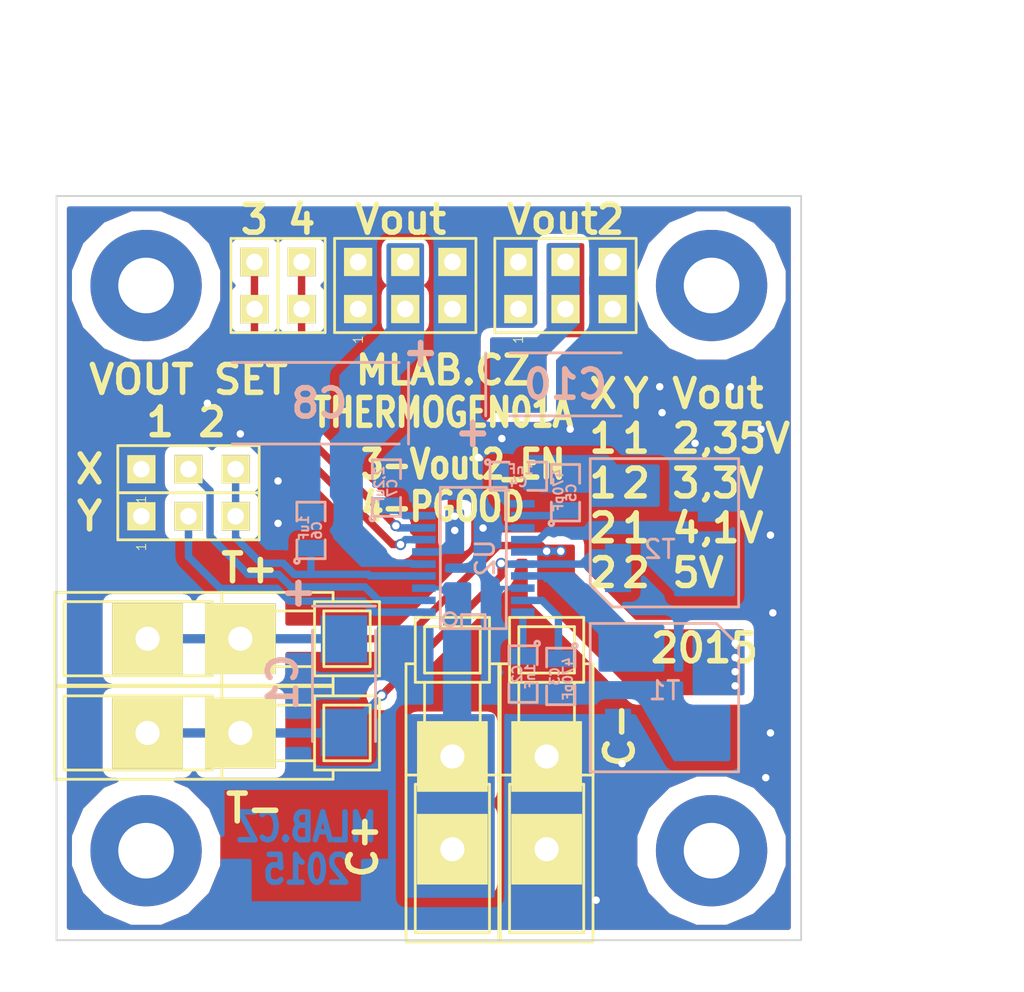
<source format=kicad_pcb>
(kicad_pcb (version 4) (host pcbnew 0.201508310901+6136~28~ubuntu14.04.1-product)

  (general
    (links 56)
    (no_connects 0)
    (area -2.794 -40.442 56.387 12.700001)
    (thickness 1.6)
    (drawings 31)
    (tracks 216)
    (zones 0)
    (modules 26)
    (nets 21)
  )

  (page A4)
  (layers
    (0 F.Cu signal)
    (31 B.Cu signal)
    (32 B.Adhes user)
    (33 F.Adhes user)
    (34 B.Paste user)
    (35 F.Paste user)
    (36 B.SilkS user)
    (37 F.SilkS user)
    (38 B.Mask user)
    (39 F.Mask user)
    (40 Dwgs.User user)
    (41 Cmts.User user)
    (42 Eco1.User user)
    (43 Eco2.User user)
    (44 Edge.Cuts user)
    (45 Margin user)
    (46 B.CrtYd user)
    (47 F.CrtYd user)
    (48 B.Fab user)
    (49 F.Fab user)
  )

  (setup
    (last_trace_width 0.25)
    (user_trace_width 0.2)
    (user_trace_width 0.3)
    (user_trace_width 0.4)
    (user_trace_width 0.5)
    (trace_clearance 0.2)
    (zone_clearance 0.508)
    (zone_45_only yes)
    (trace_min 0.2)
    (segment_width 0.2)
    (edge_width 0.1)
    (via_size 0.6)
    (via_drill 0.4)
    (via_min_size 0.4)
    (via_min_drill 0.3)
    (uvia_size 0.3)
    (uvia_drill 0.1)
    (uvias_allowed no)
    (uvia_min_size 0.2)
    (uvia_min_drill 0.1)
    (pcb_text_width 0.3)
    (pcb_text_size 1.5 1.5)
    (mod_edge_width 0.15)
    (mod_text_size 1 1)
    (mod_text_width 0.15)
    (pad_size 6 6)
    (pad_drill 3)
    (pad_to_mask_clearance 0)
    (aux_axis_origin 0 0)
    (visible_elements 7FFFFF6F)
    (pcbplotparams
      (layerselection 0x010e0_80000001)
      (usegerberextensions false)
      (excludeedgelayer true)
      (linewidth 0.100000)
      (plotframeref false)
      (viasonmask false)
      (mode 1)
      (useauxorigin false)
      (hpglpennumber 1)
      (hpglpenspeed 20)
      (hpglpendiameter 15)
      (hpglpenoverlay 2)
      (psnegative false)
      (psa4output false)
      (plotreference true)
      (plotvalue true)
      (plotinvisibletext false)
      (padsonsilk false)
      (subtractmaskfromsilk false)
      (outputformat 1)
      (mirror false)
      (drillshape 0)
      (scaleselection 1)
      (outputdirectory ../../CAM_PROFI/))
  )

  (net 0 "")
  (net 1 GND)
  (net 2 "Net-(C2-Pad1)")
  (net 3 "Net-(C2-Pad2)")
  (net 4 "Net-(C3-Pad1)")
  (net 5 "Net-(C4-Pad1)")
  (net 6 "Net-(C4-Pad2)")
  (net 7 "Net-(C5-Pad1)")
  (net 8 "Net-(C7-Pad1)")
  (net 9 "Net-(T1-Pad2)")
  (net 10 "Net-(T2-Pad2)")
  (net 11 /VAUX)
  (net 12 /T-)
  (net 13 /T+)
  (net 14 /V_OUT)
  (net 15 /C+)
  (net 16 /V_OUT2)
  (net 17 /VS1)
  (net 18 /VS2)
  (net 19 /VOUT2_EN)
  (net 20 /PGOOD)

  (net_class Default "Toto je výchozí třída sítě."
    (clearance 0.2)
    (trace_width 0.25)
    (via_dia 0.6)
    (via_drill 0.4)
    (uvia_dia 0.3)
    (uvia_drill 0.1)
    (add_net /C+)
    (add_net /PGOOD)
    (add_net /T+)
    (add_net /T-)
    (add_net /VAUX)
    (add_net /VOUT2_EN)
    (add_net /VS1)
    (add_net /VS2)
    (add_net /V_OUT)
    (add_net /V_OUT2)
    (add_net GND)
    (add_net "Net-(C2-Pad1)")
    (add_net "Net-(C2-Pad2)")
    (add_net "Net-(C3-Pad1)")
    (add_net "Net-(C4-Pad1)")
    (add_net "Net-(C4-Pad2)")
    (add_net "Net-(C5-Pad1)")
    (add_net "Net-(C7-Pad1)")
    (add_net "Net-(T1-Pad2)")
    (add_net "Net-(T2-Pad2)")
  )

  (module Mlab_R:SMD-0805 (layer B.Cu) (tedit 54799E0C) (tstamp 55DC0D68)
    (at 13.97 -12.192 90)
    (path /55A66F73)
    (attr smd)
    (fp_text reference C6 (at 0 0.3175 90) (layer B.SilkS)
      (effects (font (size 0.50038 0.50038) (thickness 0.10922)) (justify mirror))
    )
    (fp_text value 1uF (at 0.127 -0.381 90) (layer B.SilkS)
      (effects (font (size 0.50038 0.50038) (thickness 0.10922)) (justify mirror))
    )
    (fp_circle (center -1.651 -0.762) (end -1.651 -0.635) (layer B.SilkS) (width 0.15))
    (fp_line (start -0.508 -0.762) (end -1.524 -0.762) (layer B.SilkS) (width 0.15))
    (fp_line (start -1.524 -0.762) (end -1.524 0.762) (layer B.SilkS) (width 0.15))
    (fp_line (start -1.524 0.762) (end -0.508 0.762) (layer B.SilkS) (width 0.15))
    (fp_line (start 0.508 0.762) (end 1.524 0.762) (layer B.SilkS) (width 0.15))
    (fp_line (start 1.524 0.762) (end 1.524 -0.762) (layer B.SilkS) (width 0.15))
    (fp_line (start 1.524 -0.762) (end 0.508 -0.762) (layer B.SilkS) (width 0.15))
    (pad 1 smd rect (at -0.9525 0 90) (size 0.889 1.397) (layers B.Cu B.Paste B.Mask)
      (net 11 /VAUX))
    (pad 2 smd rect (at 0.9525 0 90) (size 0.889 1.397) (layers B.Cu B.Paste B.Mask)
      (net 1 GND))
    (model MLAB_3D/Resistors/chip_cms.wrl
      (at (xyz 0 0 0))
      (scale (xyz 0.1 0.1 0.1))
      (rotate (xyz 0 0 0))
    )
  )

  (module Mlab_Pin_Headers:Straight_1x03 (layer F.Cu) (tedit 55DC14DA) (tstamp 55DBFF1E)
    (at 7.366 -12.954 90)
    (descr "pin header straight 1x03")
    (tags "pin header straight 1x03")
    (path /55BA9255)
    (fp_text reference J1 (at 0 -5.08 90) (layer F.SilkS) hide
      (effects (font (size 1.5 1.5) (thickness 0.15)))
    )
    (fp_text value JUMP1X3 (at 0 5.08 90) (layer F.SilkS) hide
      (effects (font (size 1.5 1.5) (thickness 0.15)))
    )
    (fp_text user 1 (at -1.651 -2.54 90) (layer F.SilkS)
      (effects (font (size 0.5 0.5) (thickness 0.05)))
    )
    (fp_line (start -1.27 -3.81) (end 1.27 -3.81) (layer F.SilkS) (width 0.15))
    (fp_line (start 1.27 -3.81) (end 1.27 3.81) (layer F.SilkS) (width 0.15))
    (fp_line (start 1.27 3.81) (end -1.27 3.81) (layer F.SilkS) (width 0.15))
    (fp_line (start -1.27 3.81) (end -1.27 -3.81) (layer F.SilkS) (width 0.15))
    (pad 3 thru_hole rect (at 0 2.54 90) (size 1.524 1.524) (drill 0.889) (layers *.Cu *.Mask F.SilkS)
      (net 11 /VAUX))
    (pad 2 thru_hole rect (at 0 0 90) (size 1.524 1.524) (drill 0.889) (layers *.Cu *.Mask F.SilkS)
      (net 17 /VS1))
    (pad 1 thru_hole rect (at 0 -2.54 90) (size 1.524 1.524) (drill 0.889) (layers *.Cu *.Mask F.SilkS)
      (net 1 GND))
    (model Pin_Headers/Pin_Header_Straight_1x03.wrl
      (at (xyz 0 0 0))
      (scale (xyz 1 1 1))
      (rotate (xyz 0 0 90))
    )
  )

  (module Mlab_R:SMD-0805 (layer B.Cu) (tedit 54799E0C) (tstamp 55DBFE98)
    (at 18.034 -14.478 90)
    (path /55A6727D)
    (attr smd)
    (fp_text reference C7 (at 0 0.3175 90) (layer B.SilkS)
      (effects (font (size 0.50038 0.50038) (thickness 0.10922)) (justify mirror))
    )
    (fp_text value 2,2uF (at 0.127 -0.381 90) (layer B.SilkS)
      (effects (font (size 0.50038 0.50038) (thickness 0.10922)) (justify mirror))
    )
    (fp_circle (center -1.651 -0.762) (end -1.651 -0.635) (layer B.SilkS) (width 0.15))
    (fp_line (start -0.508 -0.762) (end -1.524 -0.762) (layer B.SilkS) (width 0.15))
    (fp_line (start -1.524 -0.762) (end -1.524 0.762) (layer B.SilkS) (width 0.15))
    (fp_line (start -1.524 0.762) (end -0.508 0.762) (layer B.SilkS) (width 0.15))
    (fp_line (start 0.508 0.762) (end 1.524 0.762) (layer B.SilkS) (width 0.15))
    (fp_line (start 1.524 0.762) (end 1.524 -0.762) (layer B.SilkS) (width 0.15))
    (fp_line (start 1.524 -0.762) (end 0.508 -0.762) (layer B.SilkS) (width 0.15))
    (pad 1 smd rect (at -0.9525 0 90) (size 0.889 1.397) (layers B.Cu B.Paste B.Mask)
      (net 8 "Net-(C7-Pad1)"))
    (pad 2 smd rect (at 0.9525 0 90) (size 0.889 1.397) (layers B.Cu B.Paste B.Mask)
      (net 1 GND))
    (model MLAB_3D/Resistors/chip_cms.wrl
      (at (xyz 0 0 0))
      (scale (xyz 0.1 0.1 0.1))
      (rotate (xyz 0 0 0))
    )
  )

  (module Mlab_R:SMD-0805 (layer B.Cu) (tedit 54799E0C) (tstamp 55DBFE8E)
    (at 27.686 -14.224 90)
    (path /55A65213)
    (attr smd)
    (fp_text reference C5 (at 0 0.3175 90) (layer B.SilkS)
      (effects (font (size 0.50038 0.50038) (thickness 0.10922)) (justify mirror))
    )
    (fp_text value 470pF (at 0.127 -0.381 90) (layer B.SilkS)
      (effects (font (size 0.50038 0.50038) (thickness 0.10922)) (justify mirror))
    )
    (fp_circle (center -1.651 -0.762) (end -1.651 -0.635) (layer B.SilkS) (width 0.15))
    (fp_line (start -0.508 -0.762) (end -1.524 -0.762) (layer B.SilkS) (width 0.15))
    (fp_line (start -1.524 -0.762) (end -1.524 0.762) (layer B.SilkS) (width 0.15))
    (fp_line (start -1.524 0.762) (end -0.508 0.762) (layer B.SilkS) (width 0.15))
    (fp_line (start 0.508 0.762) (end 1.524 0.762) (layer B.SilkS) (width 0.15))
    (fp_line (start 1.524 0.762) (end 1.524 -0.762) (layer B.SilkS) (width 0.15))
    (fp_line (start 1.524 -0.762) (end 0.508 -0.762) (layer B.SilkS) (width 0.15))
    (pad 1 smd rect (at -0.9525 0 90) (size 0.889 1.397) (layers B.Cu B.Paste B.Mask)
      (net 7 "Net-(C5-Pad1)"))
    (pad 2 smd rect (at 0.9525 0 90) (size 0.889 1.397) (layers B.Cu B.Paste B.Mask)
      (net 6 "Net-(C4-Pad2)"))
    (model MLAB_3D/Resistors/chip_cms.wrl
      (at (xyz 0 0 0))
      (scale (xyz 0.1 0.1 0.1))
      (rotate (xyz 0 0 0))
    )
  )

  (module Mlab_R:SMD-0805 (layer B.Cu) (tedit 54799E0C) (tstamp 55DBFE89)
    (at 25.146 -15.113)
    (path /55A6512C)
    (attr smd)
    (fp_text reference C4 (at 0 0.3175) (layer B.SilkS)
      (effects (font (size 0.50038 0.50038) (thickness 0.10922)) (justify mirror))
    )
    (fp_text value 1nF (at 0.127 -0.381) (layer B.SilkS)
      (effects (font (size 0.50038 0.50038) (thickness 0.10922)) (justify mirror))
    )
    (fp_circle (center -1.651 -0.762) (end -1.651 -0.635) (layer B.SilkS) (width 0.15))
    (fp_line (start -0.508 -0.762) (end -1.524 -0.762) (layer B.SilkS) (width 0.15))
    (fp_line (start -1.524 -0.762) (end -1.524 0.762) (layer B.SilkS) (width 0.15))
    (fp_line (start -1.524 0.762) (end -0.508 0.762) (layer B.SilkS) (width 0.15))
    (fp_line (start 0.508 0.762) (end 1.524 0.762) (layer B.SilkS) (width 0.15))
    (fp_line (start 1.524 0.762) (end 1.524 -0.762) (layer B.SilkS) (width 0.15))
    (fp_line (start 1.524 -0.762) (end 0.508 -0.762) (layer B.SilkS) (width 0.15))
    (pad 1 smd rect (at -0.9525 0) (size 0.889 1.397) (layers B.Cu B.Paste B.Mask)
      (net 5 "Net-(C4-Pad1)"))
    (pad 2 smd rect (at 0.9525 0) (size 0.889 1.397) (layers B.Cu B.Paste B.Mask)
      (net 6 "Net-(C4-Pad2)"))
    (model MLAB_3D/Resistors/chip_cms.wrl
      (at (xyz 0 0 0))
      (scale (xyz 0.1 0.1 0.1))
      (rotate (xyz 0 0 0))
    )
  )

  (module Mlab_R:SMD-0805 (layer B.Cu) (tedit 54799E0C) (tstamp 55DBFE84)
    (at 27.432 -4.318 270)
    (path /55A63C47)
    (attr smd)
    (fp_text reference C3 (at 0 0.3175 270) (layer B.SilkS)
      (effects (font (size 0.50038 0.50038) (thickness 0.10922)) (justify mirror))
    )
    (fp_text value 470pF (at 0.127 -0.381 270) (layer B.SilkS)
      (effects (font (size 0.50038 0.50038) (thickness 0.10922)) (justify mirror))
    )
    (fp_circle (center -1.651 -0.762) (end -1.651 -0.635) (layer B.SilkS) (width 0.15))
    (fp_line (start -0.508 -0.762) (end -1.524 -0.762) (layer B.SilkS) (width 0.15))
    (fp_line (start -1.524 -0.762) (end -1.524 0.762) (layer B.SilkS) (width 0.15))
    (fp_line (start -1.524 0.762) (end -0.508 0.762) (layer B.SilkS) (width 0.15))
    (fp_line (start 0.508 0.762) (end 1.524 0.762) (layer B.SilkS) (width 0.15))
    (fp_line (start 1.524 0.762) (end 1.524 -0.762) (layer B.SilkS) (width 0.15))
    (fp_line (start 1.524 -0.762) (end 0.508 -0.762) (layer B.SilkS) (width 0.15))
    (pad 1 smd rect (at -0.9525 0 270) (size 0.889 1.397) (layers B.Cu B.Paste B.Mask)
      (net 4 "Net-(C3-Pad1)"))
    (pad 2 smd rect (at 0.9525 0 270) (size 0.889 1.397) (layers B.Cu B.Paste B.Mask)
      (net 3 "Net-(C2-Pad2)"))
    (model MLAB_3D/Resistors/chip_cms.wrl
      (at (xyz 0 0 0))
      (scale (xyz 0.1 0.1 0.1))
      (rotate (xyz 0 0 0))
    )
  )

  (module Mlab_R:SMD-0805 (layer B.Cu) (tedit 54799E0C) (tstamp 55DBFE7F)
    (at 25.4 -4.445 270)
    (path /55A639B3)
    (attr smd)
    (fp_text reference C2 (at 0 0.3175 270) (layer B.SilkS)
      (effects (font (size 0.50038 0.50038) (thickness 0.10922)) (justify mirror))
    )
    (fp_text value 1nF (at 0.127 -0.381 270) (layer B.SilkS)
      (effects (font (size 0.50038 0.50038) (thickness 0.10922)) (justify mirror))
    )
    (fp_circle (center -1.651 -0.762) (end -1.651 -0.635) (layer B.SilkS) (width 0.15))
    (fp_line (start -0.508 -0.762) (end -1.524 -0.762) (layer B.SilkS) (width 0.15))
    (fp_line (start -1.524 -0.762) (end -1.524 0.762) (layer B.SilkS) (width 0.15))
    (fp_line (start -1.524 0.762) (end -0.508 0.762) (layer B.SilkS) (width 0.15))
    (fp_line (start 0.508 0.762) (end 1.524 0.762) (layer B.SilkS) (width 0.15))
    (fp_line (start 1.524 0.762) (end 1.524 -0.762) (layer B.SilkS) (width 0.15))
    (fp_line (start 1.524 -0.762) (end 0.508 -0.762) (layer B.SilkS) (width 0.15))
    (pad 1 smd rect (at -0.9525 0 270) (size 0.889 1.397) (layers B.Cu B.Paste B.Mask)
      (net 2 "Net-(C2-Pad1)"))
    (pad 2 smd rect (at 0.9525 0 270) (size 0.889 1.397) (layers B.Cu B.Paste B.Mask)
      (net 3 "Net-(C2-Pad2)"))
    (model MLAB_3D/Resistors/chip_cms.wrl
      (at (xyz 0 0 0))
      (scale (xyz 0.1 0.1 0.1))
      (rotate (xyz 0 0 0))
    )
  )

  (module Mlab_C:TantalC_SizeC_Reflow (layer B.Cu) (tedit 54BBE3C9) (tstamp 55DBFE7A)
    (at 15.748 -3.81 270)
    (descr "Tantal Cap. , Size C, EIA-6032, Reflow,")
    (tags "Tantal Cap. , Size C, EIA-6032, Reflow,")
    (path /55A65C0C)
    (attr smd)
    (fp_text reference C1 (at -0.20066 3.29946 270) (layer B.SilkS)
      (effects (font (thickness 0.3048)) (justify mirror))
    )
    (fp_text value 47uF (at -0.09906 -3.59918 270) (layer B.SilkS) hide
      (effects (font (thickness 0.3048)) (justify mirror))
    )
    (fp_line (start -4.30022 1.69926) (end -4.30022 -1.69926) (layer B.SilkS) (width 0.15))
    (fp_line (start 2.99974 -1.69926) (end -2.99974 -1.69926) (layer B.SilkS) (width 0.15))
    (fp_line (start 2.99974 1.69926) (end -2.99974 1.69926) (layer B.SilkS) (width 0.15))
    (fp_text user + (at -4.99872 2.55016 270) (layer B.SilkS)
      (effects (font (thickness 0.3048)) (justify mirror))
    )
    (fp_line (start -5.00126 3.05308) (end -5.00126 1.95326) (layer B.SilkS) (width 0.15))
    (fp_line (start -5.6007 2.5527) (end -4.40182 2.5527) (layer B.SilkS) (width 0.15))
    (pad 2 smd rect (at 2.52476 0 270) (size 2.55016 2.49936) (layers B.Cu B.Paste B.Mask)
      (net 12 /T-))
    (pad 1 smd rect (at -2.52476 0 270) (size 2.55016 2.49936) (layers B.Cu B.Paste B.Mask)
      (net 13 /T+))
    (model MLAB_3D/Capacitors/c_tant_C.wrl
      (at (xyz 0 0 0))
      (scale (xyz 1 1 1))
      (rotate (xyz 0 0 180))
    )
  )

  (module Mlab_C:TantalC_SizeD_Reflow (layer B.Cu) (tedit 54BBE3ED) (tstamp 55A8A36C)
    (at 14.224 -19.05 180)
    (descr "Tantal Cap. , Size D, EIA-7343, Reflow,")
    (tags "Tantal Cap. , Size D, EIA-7343, Reflow,")
    (path /55A6722B)
    (attr smd)
    (fp_text reference C8 (at -0.20066 0 180) (layer B.SilkS)
      (effects (font (thickness 0.3048)) (justify mirror))
    )
    (fp_text value 470uF (at -0.09906 -3.59918 180) (layer B.SilkS) hide
      (effects (font (thickness 0.3048)) (justify mirror))
    )
    (fp_line (start -5.00126 2.19964) (end -5.00126 -2.19964) (layer B.SilkS) (width 0.15))
    (fp_line (start -4.50088 -2.19964) (end 4.50088 -2.19964) (layer B.SilkS) (width 0.15))
    (fp_line (start 4.50088 2.19964) (end -4.50088 2.19964) (layer B.SilkS) (width 0.15))
    (fp_text user + (at -5.6515 2.79908 180) (layer B.SilkS)
      (effects (font (thickness 0.3048)) (justify mirror))
    )
    (fp_line (start -5.65404 3.302) (end -5.65404 2.20218) (layer B.SilkS) (width 0.15))
    (fp_line (start -6.25348 2.80162) (end -5.0546 2.80162) (layer B.SilkS) (width 0.15))
    (pad 2 smd rect (at 3.175 0 180) (size 2.55016 2.70002) (layers B.Cu B.Paste B.Mask)
      (net 1 GND))
    (pad 1 smd rect (at -3.175 0 180) (size 2.55016 2.70002) (layers B.Cu B.Paste B.Mask)
      (net 14 /V_OUT))
    (model MLAB_3D/Capacitors/c_tant_D.wrl
      (at (xyz 0 0 0))
      (scale (xyz 1 1 1))
      (rotate (xyz 0 0 180))
    )
  )

  (module Energy_harv:Step-Up_TRANSF (layer B.Cu) (tedit 55A7B4FA) (tstamp 55A8A38F)
    (at 33.02 -3.175 180)
    (path /55A64E73)
    (fp_text reference T1 (at 0 0.381 180) (layer B.SilkS)
      (effects (font (size 1 1) (thickness 0.15)) (justify mirror))
    )
    (fp_text value Step-Up_TRANSFO (at 0 5.25 180) (layer B.Fab)
      (effects (font (size 1 1) (thickness 0.15)) (justify mirror))
    )
    (fp_line (start -2.8 4) (end 4 4) (layer B.SilkS) (width 0.15))
    (fp_line (start -4 -4) (end -4 2.8) (layer B.SilkS) (width 0.15))
    (fp_line (start -4 2.8) (end -2.8 4) (layer B.SilkS) (width 0.15))
    (fp_line (start 4 -4) (end 4 4) (layer B.SilkS) (width 0.15))
    (fp_line (start -4 -4) (end 4 -4) (layer B.SilkS) (width 0.15))
    (pad 1 smd rect (at -2.5 1.9 180) (size 1.4 2.6) (layers B.Cu B.Paste B.Mask)
      (net 13 /T+))
    (pad 2 smd rect (at 1.9 2.5 180) (size 2.6 1.4) (layers B.Cu B.Paste B.Mask)
      (net 9 "Net-(T1-Pad2)"))
    (pad 3 smd rect (at 2.5 -1.9 180) (size 1.4 2.6) (layers B.Cu B.Paste B.Mask)
      (net 1 GND))
    (pad 4 smd rect (at -1.9 -2.4 180) (size 2.6 1.6) (layers B.Cu B.Paste B.Mask)
      (net 3 "Net-(C2-Pad2)"))
  )

  (module Energy_harv:Step-Up_TRANSF (layer B.Cu) (tedit 55A7B4FA) (tstamp 55A8A39C)
    (at 33.02 -12.065)
    (path /55A650B1)
    (fp_text reference T2 (at -0.254 0.889) (layer B.SilkS)
      (effects (font (size 1 1) (thickness 0.15)) (justify mirror))
    )
    (fp_text value Step-Up_TRANSFO (at 0 5.25) (layer B.Fab)
      (effects (font (size 1 1) (thickness 0.15)) (justify mirror))
    )
    (fp_line (start -2.8 4) (end 4 4) (layer B.SilkS) (width 0.15))
    (fp_line (start -4 -4) (end -4 2.8) (layer B.SilkS) (width 0.15))
    (fp_line (start -4 2.8) (end -2.8 4) (layer B.SilkS) (width 0.15))
    (fp_line (start 4 -4) (end 4 4) (layer B.SilkS) (width 0.15))
    (fp_line (start -4 -4) (end 4 -4) (layer B.SilkS) (width 0.15))
    (pad 1 smd rect (at -2.5 1.9) (size 1.4 2.6) (layers B.Cu B.Paste B.Mask)
      (net 12 /T-))
    (pad 2 smd rect (at 1.9 2.5) (size 2.6 1.4) (layers B.Cu B.Paste B.Mask)
      (net 10 "Net-(T2-Pad2)"))
    (pad 3 smd rect (at 2.5 -1.9) (size 1.4 2.6) (layers B.Cu B.Paste B.Mask)
      (net 1 GND))
    (pad 4 smd rect (at -1.9 -2.4) (size 2.6 1.6) (layers B.Cu B.Paste B.Mask)
      (net 6 "Net-(C4-Pad2)"))
  )

  (module SMD_Packages:SSOP-20 (layer B.Cu) (tedit 0) (tstamp 55A8A3C7)
    (at 22.71876 -10.7033 90)
    (descr "SSOP 20 pins")
    (tags "CMS SSOP SMD")
    (path /55A67D56)
    (attr smd)
    (fp_text reference U2 (at 0 0.635 90) (layer B.SilkS)
      (effects (font (size 1 1) (thickness 0.15)) (justify mirror))
    )
    (fp_text value LTC3109GN (at 0 -0.635 90) (layer B.Fab)
      (effects (font (size 1 1) (thickness 0.15)) (justify mirror))
    )
    (fp_line (start 3.81 1.778) (end -3.81 1.778) (layer B.SilkS) (width 0.15))
    (fp_line (start -3.81 -1.778) (end 3.81 -1.778) (layer B.SilkS) (width 0.15))
    (fp_line (start 3.81 1.778) (end 3.81 -1.778) (layer B.SilkS) (width 0.15))
    (fp_line (start -3.81 -1.778) (end -3.81 1.778) (layer B.SilkS) (width 0.15))
    (fp_circle (center -3.302 -1.27) (end -3.556 -1.016) (layer B.SilkS) (width 0.15))
    (fp_line (start -3.81 0.635) (end -3.048 0.635) (layer B.SilkS) (width 0.15))
    (fp_line (start -3.048 0.635) (end -3.048 -0.635) (layer B.SilkS) (width 0.15))
    (fp_line (start -3.048 -0.635) (end -3.81 -0.635) (layer B.SilkS) (width 0.15))
    (pad 1 smd rect (at -2.921 -2.667 90) (size 0.4064 1.27) (layers B.Cu B.Paste B.Mask)
      (net 17 /VS1))
    (pad 2 smd rect (at -2.286 -2.667 90) (size 0.4064 1.27) (layers B.Cu B.Paste B.Mask)
      (net 18 /VS2))
    (pad 3 smd rect (at -1.6256 -2.667 90) (size 0.4064 1.27) (layers B.Cu B.Paste B.Mask)
      (net 15 /C+))
    (pad 4 smd rect (at -0.9652 -2.667 90) (size 0.4064 1.27) (layers B.Cu B.Paste B.Mask)
      (net 11 /VAUX))
    (pad 5 smd rect (at -0.3302 -2.667 90) (size 0.4064 1.27) (layers B.Cu B.Paste B.Mask)
      (net 14 /V_OUT))
    (pad 6 smd rect (at 0.3302 -2.667 90) (size 0.4064 1.27) (layers B.Cu B.Paste B.Mask)
      (net 16 /V_OUT2))
    (pad 7 smd rect (at 0.9906 -2.667 90) (size 0.4064 1.27) (layers B.Cu B.Paste B.Mask)
      (net 19 /VOUT2_EN))
    (pad 8 smd rect (at 1.6256 -2.667 90) (size 0.4064 1.27) (layers B.Cu B.Paste B.Mask)
      (net 20 /PGOOD))
    (pad 9 smd rect (at 2.286 -2.667 90) (size 0.4064 1.27) (layers B.Cu B.Paste B.Mask)
      (net 8 "Net-(C7-Pad1)"))
    (pad 10 smd rect (at 2.921 -2.667 90) (size 0.4064 1.27) (layers B.Cu B.Paste B.Mask)
      (net 1 GND))
    (pad 11 smd rect (at 2.921 2.667 90) (size 0.4064 1.27) (layers B.Cu B.Paste B.Mask)
      (net 5 "Net-(C4-Pad1)"))
    (pad 12 smd rect (at 2.286 2.667 90) (size 0.4064 1.27) (layers B.Cu B.Paste B.Mask)
      (net 7 "Net-(C5-Pad1)"))
    (pad 13 smd rect (at 1.6256 2.667 90) (size 0.4064 1.27) (layers B.Cu B.Paste B.Mask)
      (net 1 GND))
    (pad 14 smd rect (at 0.9906 2.667 90) (size 0.4064 1.27) (layers B.Cu B.Paste B.Mask)
      (net 10 "Net-(T2-Pad2)"))
    (pad 15 smd rect (at 0.3302 2.667 90) (size 0.4064 1.27) (layers B.Cu B.Paste B.Mask)
      (net 13 /T+))
    (pad 16 smd rect (at -0.3302 2.667 90) (size 0.4064 1.27) (layers B.Cu B.Paste B.Mask)
      (net 12 /T-))
    (pad 17 smd rect (at -0.9652 2.667 90) (size 0.4064 1.27) (layers B.Cu B.Paste B.Mask)
      (net 9 "Net-(T1-Pad2)"))
    (pad 18 smd rect (at -1.6256 2.667 90) (size 0.4064 1.27) (layers B.Cu B.Paste B.Mask)
      (net 1 GND))
    (pad 19 smd rect (at -2.286 2.667 90) (size 0.4064 1.27) (layers B.Cu B.Paste B.Mask)
      (net 4 "Net-(C3-Pad1)"))
    (pad 20 smd rect (at -2.921 2.667 90) (size 0.4064 1.27) (layers B.Cu B.Paste B.Mask)
      (net 2 "Net-(C2-Pad1)"))
    (model SMD_Packages.3dshapes/SSOP-20.wrl
      (at (xyz 0 0 0))
      (scale (xyz 0.255 0.33 0.3))
      (rotate (xyz 0 0 0))
    )
  )

  (module Mlab_Pin_Headers:Straight_1x03 (layer F.Cu) (tedit 55DC14DE) (tstamp 55CA6917)
    (at 7.366 -15.494 90)
    (descr "pin header straight 1x03")
    (tags "pin header straight 1x03")
    (path /55BA9377)
    (fp_text reference J2 (at 0 -5.08 90) (layer F.SilkS) hide
      (effects (font (size 1.5 1.5) (thickness 0.15)))
    )
    (fp_text value JUMP1X3 (at 0 5.08 90) (layer F.SilkS) hide
      (effects (font (size 1.5 1.5) (thickness 0.15)))
    )
    (fp_text user 1 (at -1.651 -2.54 90) (layer F.SilkS)
      (effects (font (size 0.5 0.5) (thickness 0.05)))
    )
    (fp_line (start -1.27 -3.81) (end 1.27 -3.81) (layer F.SilkS) (width 0.15))
    (fp_line (start 1.27 -3.81) (end 1.27 3.81) (layer F.SilkS) (width 0.15))
    (fp_line (start 1.27 3.81) (end -1.27 3.81) (layer F.SilkS) (width 0.15))
    (fp_line (start -1.27 3.81) (end -1.27 -3.81) (layer F.SilkS) (width 0.15))
    (pad 3 thru_hole rect (at 0 2.54 90) (size 1.524 1.524) (drill 0.889) (layers *.Cu *.Mask F.SilkS)
      (net 11 /VAUX))
    (pad 2 thru_hole rect (at 0 0 90) (size 1.524 1.524) (drill 0.889) (layers *.Cu *.Mask F.SilkS)
      (net 18 /VS2))
    (pad 1 thru_hole rect (at 0 -2.54 90) (size 1.524 1.524) (drill 0.889) (layers *.Cu *.Mask F.SilkS)
      (net 1 GND))
    (model Pin_Headers/Pin_Header_Straight_1x03.wrl
      (at (xyz 0 0 0))
      (scale (xyz 1 1 1))
      (rotate (xyz 0 0 90))
    )
  )

  (module Mlab_Pin_Headers:Straight_1x02 (layer F.Cu) (tedit 5535DB0D) (tstamp 55CA691D)
    (at 10.922 -25.4)
    (descr "pin header straight 1x02")
    (tags "pin header straight 1x02")
    (path /55BAAB6B)
    (fp_text reference J3 (at 0 -3.81) (layer F.SilkS) hide
      (effects (font (size 1.5 1.5) (thickness 0.15)))
    )
    (fp_text value JUMP1X2 (at 0 3.81) (layer F.SilkS) hide
      (effects (font (size 1.5 1.5) (thickness 0.15)))
    )
    (fp_text user 1 (at -1.651 -1.27) (layer F.SilkS) hide
      (effects (font (size 0.5 0.5) (thickness 0.05)))
    )
    (fp_line (start -1.27 -2.54) (end 1.27 -2.54) (layer F.SilkS) (width 0.15))
    (fp_line (start 1.27 -2.54) (end 1.27 2.54) (layer F.SilkS) (width 0.15))
    (fp_line (start 1.27 2.54) (end -1.27 2.54) (layer F.SilkS) (width 0.15))
    (fp_line (start -1.27 2.54) (end -1.27 -2.54) (layer F.SilkS) (width 0.15))
    (pad 2 thru_hole rect (at 0 1.27) (size 1.524 1.524) (drill 0.889) (layers *.Cu *.Mask F.SilkS)
      (net 19 /VOUT2_EN))
    (pad 1 thru_hole rect (at 0 -1.27) (size 1.524 1.524) (drill 0.889) (layers *.Cu *.Mask F.SilkS)
      (net 19 /VOUT2_EN))
    (model Pin_Headers/Pin_Header_Straight_1x02.wrl
      (at (xyz 0 0 0))
      (scale (xyz 1 1 1))
      (rotate (xyz 0 0 90))
    )
  )

  (module Mlab_Pin_Headers:Straight_1x02 (layer F.Cu) (tedit 5535DB0D) (tstamp 55CA6923)
    (at 13.462 -25.4)
    (descr "pin header straight 1x02")
    (tags "pin header straight 1x02")
    (path /55BA9CD4)
    (fp_text reference J4 (at 0 -3.81) (layer F.SilkS) hide
      (effects (font (size 1.5 1.5) (thickness 0.15)))
    )
    (fp_text value JUMP1X2 (at 0 3.81) (layer F.SilkS) hide
      (effects (font (size 1.5 1.5) (thickness 0.15)))
    )
    (fp_text user 1 (at -1.651 -1.27) (layer F.SilkS) hide
      (effects (font (size 0.5 0.5) (thickness 0.05)))
    )
    (fp_line (start -1.27 -2.54) (end 1.27 -2.54) (layer F.SilkS) (width 0.15))
    (fp_line (start 1.27 -2.54) (end 1.27 2.54) (layer F.SilkS) (width 0.15))
    (fp_line (start 1.27 2.54) (end -1.27 2.54) (layer F.SilkS) (width 0.15))
    (fp_line (start -1.27 2.54) (end -1.27 -2.54) (layer F.SilkS) (width 0.15))
    (pad 2 thru_hole rect (at 0 1.27) (size 1.524 1.524) (drill 0.889) (layers *.Cu *.Mask F.SilkS)
      (net 20 /PGOOD))
    (pad 1 thru_hole rect (at 0 -1.27) (size 1.524 1.524) (drill 0.889) (layers *.Cu *.Mask F.SilkS)
      (net 20 /PGOOD))
    (model Pin_Headers/Pin_Header_Straight_1x02.wrl
      (at (xyz 0 0 0))
      (scale (xyz 1 1 1))
      (rotate (xyz 0 0 90))
    )
  )

  (module Mlab_Pin_Headers:Straight_2x03 (layer F.Cu) (tedit 55DC1460) (tstamp 55CA692D)
    (at 27.686 -25.4 90)
    (descr "pin header straight 2x03")
    (tags "pin header straight 2x03")
    (path /55BA9E0C)
    (fp_text reference J5 (at 0 -5.08 90) (layer F.SilkS) hide
      (effects (font (size 1.5 1.5) (thickness 0.15)))
    )
    (fp_text value JUMP2X3 (at 0 5.08 90) (layer F.SilkS) hide
      (effects (font (size 1.5 1.5) (thickness 0.15)))
    )
    (fp_text user 1 (at -2.921 -2.54 90) (layer F.SilkS)
      (effects (font (size 0.5 0.5) (thickness 0.05)))
    )
    (fp_line (start -2.54 -3.81) (end 2.54 -3.81) (layer F.SilkS) (width 0.15))
    (fp_line (start 2.54 -3.81) (end 2.54 3.81) (layer F.SilkS) (width 0.15))
    (fp_line (start 2.54 3.81) (end -2.54 3.81) (layer F.SilkS) (width 0.15))
    (fp_line (start -2.54 3.81) (end -2.54 -3.81) (layer F.SilkS) (width 0.15))
    (pad 1 thru_hole rect (at -1.27 -2.54 90) (size 1.524 1.524) (drill 0.889) (layers *.Cu *.Mask F.SilkS)
      (net 1 GND))
    (pad 2 thru_hole rect (at 1.27 -2.54 90) (size 1.524 1.524) (drill 0.889) (layers *.Cu *.Mask F.SilkS)
      (net 1 GND))
    (pad 3 thru_hole rect (at -1.27 0 90) (size 1.524 1.524) (drill 0.889) (layers *.Cu *.Mask F.SilkS)
      (net 16 /V_OUT2))
    (pad 4 thru_hole rect (at 1.27 0 90) (size 1.524 1.524) (drill 0.889) (layers *.Cu *.Mask F.SilkS)
      (net 16 /V_OUT2))
    (pad 5 thru_hole rect (at -1.27 2.54 90) (size 1.524 1.524) (drill 0.889) (layers *.Cu *.Mask F.SilkS)
      (net 1 GND))
    (pad 6 thru_hole rect (at 1.27 2.54 90) (size 1.524 1.524) (drill 0.889) (layers *.Cu *.Mask F.SilkS)
      (net 1 GND))
    (model Pin_Headers/Pin_Header_Straight_2x03.wrl
      (at (xyz 0 0 0))
      (scale (xyz 1 1 1))
      (rotate (xyz 0 0 90))
    )
  )

  (module Mlab_Pin_Headers:Straight_2x03 (layer F.Cu) (tedit 55DC1460) (tstamp 55CA6937)
    (at 19.05 -25.4 90)
    (descr "pin header straight 2x03")
    (tags "pin header straight 2x03")
    (path /55BA9EE7)
    (fp_text reference J6 (at 0 -5.08 90) (layer F.SilkS) hide
      (effects (font (size 1.5 1.5) (thickness 0.15)))
    )
    (fp_text value JUMP2X3 (at 0 5.08 90) (layer F.SilkS) hide
      (effects (font (size 1.5 1.5) (thickness 0.15)))
    )
    (fp_text user 1 (at -2.921 -2.54 90) (layer F.SilkS)
      (effects (font (size 0.5 0.5) (thickness 0.05)))
    )
    (fp_line (start -2.54 -3.81) (end 2.54 -3.81) (layer F.SilkS) (width 0.15))
    (fp_line (start 2.54 -3.81) (end 2.54 3.81) (layer F.SilkS) (width 0.15))
    (fp_line (start 2.54 3.81) (end -2.54 3.81) (layer F.SilkS) (width 0.15))
    (fp_line (start -2.54 3.81) (end -2.54 -3.81) (layer F.SilkS) (width 0.15))
    (pad 1 thru_hole rect (at -1.27 -2.54 90) (size 1.524 1.524) (drill 0.889) (layers *.Cu *.Mask F.SilkS)
      (net 1 GND))
    (pad 2 thru_hole rect (at 1.27 -2.54 90) (size 1.524 1.524) (drill 0.889) (layers *.Cu *.Mask F.SilkS)
      (net 1 GND))
    (pad 3 thru_hole rect (at -1.27 0 90) (size 1.524 1.524) (drill 0.889) (layers *.Cu *.Mask F.SilkS)
      (net 14 /V_OUT))
    (pad 4 thru_hole rect (at 1.27 0 90) (size 1.524 1.524) (drill 0.889) (layers *.Cu *.Mask F.SilkS)
      (net 14 /V_OUT))
    (pad 5 thru_hole rect (at -1.27 2.54 90) (size 1.524 1.524) (drill 0.889) (layers *.Cu *.Mask F.SilkS)
      (net 1 GND))
    (pad 6 thru_hole rect (at 1.27 2.54 90) (size 1.524 1.524) (drill 0.889) (layers *.Cu *.Mask F.SilkS)
      (net 1 GND))
    (model Pin_Headers/Pin_Header_Straight_2x03.wrl
      (at (xyz 0 0 0))
      (scale (xyz 1 1 1))
      (rotate (xyz 0 0 90))
    )
  )

  (module Mlab_Mechanical:MountingHole_3mm placed (layer F.Cu) (tedit 5535DB2C) (tstamp 55CA693C)
    (at 5.08 -25.4)
    (descr "Mounting hole, Befestigungsbohrung, 3mm, No Annular, Kein Restring,")
    (tags "Mounting hole, Befestigungsbohrung, 3mm, No Annular, Kein Restring,")
    (path /55CA76BA)
    (fp_text reference M1 (at 0 -4.191) (layer F.SilkS) hide
      (effects (font (thickness 0.3048)))
    )
    (fp_text value HOLE (at 0 4.191) (layer F.SilkS) hide
      (effects (font (thickness 0.3048)))
    )
    (fp_circle (center 0 0) (end 2.99974 0) (layer Cmts.User) (width 0.381))
    (pad 1 thru_hole circle (at 0 0) (size 6 6) (drill 3) (layers *.Cu *.Adhes *.Mask)
      (clearance 1) (zone_connect 2))
  )

  (module Mlab_Mechanical:MountingHole_3mm placed (layer F.Cu) (tedit 5535DB2C) (tstamp 55CA6941)
    (at 5.08 5.08)
    (descr "Mounting hole, Befestigungsbohrung, 3mm, No Annular, Kein Restring,")
    (tags "Mounting hole, Befestigungsbohrung, 3mm, No Annular, Kein Restring,")
    (path /55CA779F)
    (fp_text reference M2 (at 0 -4.191) (layer F.SilkS) hide
      (effects (font (thickness 0.3048)))
    )
    (fp_text value HOLE (at 0 4.191) (layer F.SilkS) hide
      (effects (font (thickness 0.3048)))
    )
    (fp_circle (center 0 0) (end 2.99974 0) (layer Cmts.User) (width 0.381))
    (pad 1 thru_hole circle (at 0 0) (size 6 6) (drill 3) (layers *.Cu *.Adhes *.Mask)
      (clearance 1) (zone_connect 2))
  )

  (module Mlab_Mechanical:MountingHole_3mm placed (layer F.Cu) (tedit 5535DB2C) (tstamp 55CA6946)
    (at 35.56 -25.4)
    (descr "Mounting hole, Befestigungsbohrung, 3mm, No Annular, Kein Restring,")
    (tags "Mounting hole, Befestigungsbohrung, 3mm, No Annular, Kein Restring,")
    (path /55CA77E6)
    (fp_text reference M3 (at 0 -4.191) (layer F.SilkS) hide
      (effects (font (thickness 0.3048)))
    )
    (fp_text value HOLE (at 0 4.191) (layer F.SilkS) hide
      (effects (font (thickness 0.3048)))
    )
    (fp_circle (center 0 0) (end 2.99974 0) (layer Cmts.User) (width 0.381))
    (pad 1 thru_hole circle (at 0 0) (size 6 6) (drill 3) (layers *.Cu *.Adhes *.Mask)
      (clearance 1) (zone_connect 2))
  )

  (module Mlab_Mechanical:MountingHole_3mm placed (layer F.Cu) (tedit 5535DB2C) (tstamp 55CA694B)
    (at 35.56 5.08)
    (descr "Mounting hole, Befestigungsbohrung, 3mm, No Annular, Kein Restring,")
    (tags "Mounting hole, Befestigungsbohrung, 3mm, No Annular, Kein Restring,")
    (path /55CA77EC)
    (fp_text reference M4 (at 0 -4.191) (layer F.SilkS) hide
      (effects (font (thickness 0.3048)))
    )
    (fp_text value HOLE (at 0 4.191) (layer F.SilkS) hide
      (effects (font (thickness 0.3048)))
    )
    (fp_circle (center 0 0) (end 2.99974 0) (layer Cmts.User) (width 0.381))
    (pad 1 thru_hole circle (at 0 0) (size 6 6) (drill 3) (layers *.Cu *.Adhes *.Mask)
      (clearance 1) (zone_connect 2))
  )

  (module Mlab_Con:WAGO256 (layer F.Cu) (tedit 55DC14C2) (tstamp 55DAE190)
    (at 7.62 -6.35)
    (descr "WAGO-Series 236, 2Stift, 1pol, RM 5mm,")
    (tags "WAGO-Series 236, 2Stift, 1pol, RM 5mm, Anreibare Leiterplattenklemme")
    (path /55DAEB67)
    (fp_text reference P1 (at -4.826 -3.556) (layer F.SilkS) hide
      (effects (font (thickness 0.3048)))
    )
    (fp_text value WAGO256 (at 0.254 4.064) (layer F.SilkS) hide
      (effects (font (thickness 0.3048)))
    )
    (fp_line (start 7.54 2.5) (end 7.54 2) (layer F.SilkS) (width 0.15))
    (fp_line (start 7.54 -2) (end 7.54 -2.5) (layer F.SilkS) (width 0.15))
    (fp_line (start 1.54 2.5001) (end 1.54 -2.5001) (layer F.SilkS) (width 0.15))
    (fp_line (start -7.46 2.5001) (end -7.46 -2.5001) (layer F.SilkS) (width 0.15))
    (fp_line (start 9.54 1.501) (end 9.54 -1.501) (layer F.SilkS) (width 0.15))
    (fp_line (start 7.0401 1.501) (end 7.0401 -1.501) (layer F.SilkS) (width 0.15))
    (fp_line (start 10.0401 -2) (end 10.0401 2) (layer F.SilkS) (width 0.15))
    (fp_line (start 6.54 -2) (end 6.54 2) (layer F.SilkS) (width 0.15))
    (fp_line (start 3.54 1.5001) (end 3.54 -1.5001) (layer F.SilkS) (width 0.15))
    (fp_line (start 1.0399 -2) (end 1.0399 2) (layer F.SilkS) (width 0.15))
    (fp_line (start -6.9601 2) (end -6.9601 -2) (layer F.SilkS) (width 0.15))
    (fp_line (start 1.0399 1) (end 1.54 1) (layer F.SilkS) (width 0.15))
    (fp_line (start 7.0401 1.5) (end 9.54 1.5) (layer F.SilkS) (width 0.15))
    (fp_line (start 6.54 2) (end 10.0401 2) (layer F.SilkS) (width 0.15))
    (fp_line (start 1.0399 -1) (end 1.54 -1) (layer F.SilkS) (width 0.15))
    (fp_line (start 7.0401 -1.5) (end 9.54 -1.5) (layer F.SilkS) (width 0.15))
    (fp_line (start 6.54 -2) (end 10.041 -2) (layer F.SilkS) (width 0.15))
    (fp_line (start 3.54 1.5) (end 6.54 1.5) (layer F.SilkS) (width 0.15))
    (fp_line (start -6.9601 2) (end 1.0399 2) (layer F.SilkS) (width 0.15))
    (fp_line (start 1.54 2.5) (end 7.54 2.5) (layer F.SilkS) (width 0.15))
    (fp_line (start 3.54 -1.5) (end 6.54 -1.5) (layer F.SilkS) (width 0.15))
    (fp_line (start -6.9601 -2) (end 1.0399 -2) (layer F.SilkS) (width 0.15))
    (fp_line (start 1.54 -2.5) (end 7.54 -2.5) (layer F.SilkS) (width 0.15))
    (fp_line (start 1.54 2.5) (end -7.46 2.5) (layer F.SilkS) (width 0.15))
    (fp_line (start -7.46 -2.5) (end 1.54 -2.5) (layer F.SilkS) (width 0.15))
    (pad 1 thru_hole rect (at -2.46 0 90) (size 3.81 3.81) (drill 1.3) (layers *.Cu *.Mask F.SilkS)
      (net 13 /T+))
    (pad 1 thru_hole rect (at 2.54 0 90) (size 3.81 3.81) (drill 1.3) (layers *.Cu *.Mask F.SilkS)
      (net 13 /T+))
  )

  (module Mlab_Con:WAGO256 (layer F.Cu) (tedit 55DC14C8) (tstamp 55DAE196)
    (at 7.62 -1.27)
    (descr "WAGO-Series 236, 2Stift, 1pol, RM 5mm,")
    (tags "WAGO-Series 236, 2Stift, 1pol, RM 5mm, Anreibare Leiterplattenklemme")
    (path /55DB0223)
    (fp_text reference P2 (at -4.826 -3.556) (layer F.SilkS) hide
      (effects (font (thickness 0.3048)))
    )
    (fp_text value WAGO256 (at 0.254 4.064) (layer F.SilkS) hide
      (effects (font (thickness 0.3048)))
    )
    (fp_line (start 7.54 2.5) (end 7.54 2) (layer F.SilkS) (width 0.15))
    (fp_line (start 7.54 -2) (end 7.54 -2.5) (layer F.SilkS) (width 0.15))
    (fp_line (start 1.54 2.5001) (end 1.54 -2.5001) (layer F.SilkS) (width 0.15))
    (fp_line (start -7.46 2.5001) (end -7.46 -2.5001) (layer F.SilkS) (width 0.15))
    (fp_line (start 9.54 1.501) (end 9.54 -1.501) (layer F.SilkS) (width 0.15))
    (fp_line (start 7.0401 1.501) (end 7.0401 -1.501) (layer F.SilkS) (width 0.15))
    (fp_line (start 10.0401 -2) (end 10.0401 2) (layer F.SilkS) (width 0.15))
    (fp_line (start 6.54 -2) (end 6.54 2) (layer F.SilkS) (width 0.15))
    (fp_line (start 3.54 1.5001) (end 3.54 -1.5001) (layer F.SilkS) (width 0.15))
    (fp_line (start 1.0399 -2) (end 1.0399 2) (layer F.SilkS) (width 0.15))
    (fp_line (start -6.9601 2) (end -6.9601 -2) (layer F.SilkS) (width 0.15))
    (fp_line (start 1.0399 1) (end 1.54 1) (layer F.SilkS) (width 0.15))
    (fp_line (start 7.0401 1.5) (end 9.54 1.5) (layer F.SilkS) (width 0.15))
    (fp_line (start 6.54 2) (end 10.0401 2) (layer F.SilkS) (width 0.15))
    (fp_line (start 1.0399 -1) (end 1.54 -1) (layer F.SilkS) (width 0.15))
    (fp_line (start 7.0401 -1.5) (end 9.54 -1.5) (layer F.SilkS) (width 0.15))
    (fp_line (start 6.54 -2) (end 10.041 -2) (layer F.SilkS) (width 0.15))
    (fp_line (start 3.54 1.5) (end 6.54 1.5) (layer F.SilkS) (width 0.15))
    (fp_line (start -6.9601 2) (end 1.0399 2) (layer F.SilkS) (width 0.15))
    (fp_line (start 1.54 2.5) (end 7.54 2.5) (layer F.SilkS) (width 0.15))
    (fp_line (start 3.54 -1.5) (end 6.54 -1.5) (layer F.SilkS) (width 0.15))
    (fp_line (start -6.9601 -2) (end 1.0399 -2) (layer F.SilkS) (width 0.15))
    (fp_line (start 1.54 -2.5) (end 7.54 -2.5) (layer F.SilkS) (width 0.15))
    (fp_line (start 1.54 2.5) (end -7.46 2.5) (layer F.SilkS) (width 0.15))
    (fp_line (start -7.46 -2.5) (end 1.54 -2.5) (layer F.SilkS) (width 0.15))
    (pad 1 thru_hole rect (at -2.46 0 90) (size 3.81 3.81) (drill 1.3) (layers *.Cu *.Mask F.SilkS)
      (net 12 /T-))
    (pad 1 thru_hole rect (at 2.54 0 90) (size 3.81 3.81) (drill 1.3) (layers *.Cu *.Mask F.SilkS)
      (net 12 /T-))
  )

  (module Mlab_Con:WAGO256 (layer F.Cu) (tedit 55DC14D2) (tstamp 55DAE19C)
    (at 26.67 2.54 90)
    (descr "WAGO-Series 236, 2Stift, 1pol, RM 5mm,")
    (tags "WAGO-Series 236, 2Stift, 1pol, RM 5mm, Anreibare Leiterplattenklemme")
    (path /55DB1560)
    (fp_text reference P3 (at -4.826 -3.556 90) (layer F.SilkS) hide
      (effects (font (thickness 0.3048)))
    )
    (fp_text value WAGO256 (at 0.254 4.064 90) (layer F.SilkS) hide
      (effects (font (thickness 0.3048)))
    )
    (fp_line (start 7.54 2.5) (end 7.54 2) (layer F.SilkS) (width 0.15))
    (fp_line (start 7.54 -2) (end 7.54 -2.5) (layer F.SilkS) (width 0.15))
    (fp_line (start 1.54 2.5001) (end 1.54 -2.5001) (layer F.SilkS) (width 0.15))
    (fp_line (start -7.46 2.5001) (end -7.46 -2.5001) (layer F.SilkS) (width 0.15))
    (fp_line (start 9.54 1.501) (end 9.54 -1.501) (layer F.SilkS) (width 0.15))
    (fp_line (start 7.0401 1.501) (end 7.0401 -1.501) (layer F.SilkS) (width 0.15))
    (fp_line (start 10.0401 -2) (end 10.0401 2) (layer F.SilkS) (width 0.15))
    (fp_line (start 6.54 -2) (end 6.54 2) (layer F.SilkS) (width 0.15))
    (fp_line (start 3.54 1.5001) (end 3.54 -1.5001) (layer F.SilkS) (width 0.15))
    (fp_line (start 1.0399 -2) (end 1.0399 2) (layer F.SilkS) (width 0.15))
    (fp_line (start -6.9601 2) (end -6.9601 -2) (layer F.SilkS) (width 0.15))
    (fp_line (start 1.0399 1) (end 1.54 1) (layer F.SilkS) (width 0.15))
    (fp_line (start 7.0401 1.5) (end 9.54 1.5) (layer F.SilkS) (width 0.15))
    (fp_line (start 6.54 2) (end 10.0401 2) (layer F.SilkS) (width 0.15))
    (fp_line (start 1.0399 -1) (end 1.54 -1) (layer F.SilkS) (width 0.15))
    (fp_line (start 7.0401 -1.5) (end 9.54 -1.5) (layer F.SilkS) (width 0.15))
    (fp_line (start 6.54 -2) (end 10.041 -2) (layer F.SilkS) (width 0.15))
    (fp_line (start 3.54 1.5) (end 6.54 1.5) (layer F.SilkS) (width 0.15))
    (fp_line (start -6.9601 2) (end 1.0399 2) (layer F.SilkS) (width 0.15))
    (fp_line (start 1.54 2.5) (end 7.54 2.5) (layer F.SilkS) (width 0.15))
    (fp_line (start 3.54 -1.5) (end 6.54 -1.5) (layer F.SilkS) (width 0.15))
    (fp_line (start -6.9601 -2) (end 1.0399 -2) (layer F.SilkS) (width 0.15))
    (fp_line (start 1.54 -2.5) (end 7.54 -2.5) (layer F.SilkS) (width 0.15))
    (fp_line (start 1.54 2.5) (end -7.46 2.5) (layer F.SilkS) (width 0.15))
    (fp_line (start -7.46 -2.5) (end 1.54 -2.5) (layer F.SilkS) (width 0.15))
    (pad 1 thru_hole rect (at -2.46 0 180) (size 3.81 3.81) (drill 1.3) (layers *.Cu *.Mask F.SilkS)
      (net 1 GND))
    (pad 1 thru_hole rect (at 2.54 0 180) (size 3.81 3.81) (drill 1.3) (layers *.Cu *.Mask F.SilkS)
      (net 1 GND))
  )

  (module Mlab_Con:WAGO256 (layer F.Cu) (tedit 55DC14CD) (tstamp 55DAE1A2)
    (at 21.59 2.54 90)
    (descr "WAGO-Series 236, 2Stift, 1pol, RM 5mm,")
    (tags "WAGO-Series 236, 2Stift, 1pol, RM 5mm, Anreibare Leiterplattenklemme")
    (path /55DB1192)
    (fp_text reference P4 (at -4.826 -3.556 90) (layer F.SilkS) hide
      (effects (font (thickness 0.3048)))
    )
    (fp_text value WAGO256 (at 0.254 4.064 90) (layer F.SilkS) hide
      (effects (font (thickness 0.3048)))
    )
    (fp_line (start 7.54 2.5) (end 7.54 2) (layer F.SilkS) (width 0.15))
    (fp_line (start 7.54 -2) (end 7.54 -2.5) (layer F.SilkS) (width 0.15))
    (fp_line (start 1.54 2.5001) (end 1.54 -2.5001) (layer F.SilkS) (width 0.15))
    (fp_line (start -7.46 2.5001) (end -7.46 -2.5001) (layer F.SilkS) (width 0.15))
    (fp_line (start 9.54 1.501) (end 9.54 -1.501) (layer F.SilkS) (width 0.15))
    (fp_line (start 7.0401 1.501) (end 7.0401 -1.501) (layer F.SilkS) (width 0.15))
    (fp_line (start 10.0401 -2) (end 10.0401 2) (layer F.SilkS) (width 0.15))
    (fp_line (start 6.54 -2) (end 6.54 2) (layer F.SilkS) (width 0.15))
    (fp_line (start 3.54 1.5001) (end 3.54 -1.5001) (layer F.SilkS) (width 0.15))
    (fp_line (start 1.0399 -2) (end 1.0399 2) (layer F.SilkS) (width 0.15))
    (fp_line (start -6.9601 2) (end -6.9601 -2) (layer F.SilkS) (width 0.15))
    (fp_line (start 1.0399 1) (end 1.54 1) (layer F.SilkS) (width 0.15))
    (fp_line (start 7.0401 1.5) (end 9.54 1.5) (layer F.SilkS) (width 0.15))
    (fp_line (start 6.54 2) (end 10.0401 2) (layer F.SilkS) (width 0.15))
    (fp_line (start 1.0399 -1) (end 1.54 -1) (layer F.SilkS) (width 0.15))
    (fp_line (start 7.0401 -1.5) (end 9.54 -1.5) (layer F.SilkS) (width 0.15))
    (fp_line (start 6.54 -2) (end 10.041 -2) (layer F.SilkS) (width 0.15))
    (fp_line (start 3.54 1.5) (end 6.54 1.5) (layer F.SilkS) (width 0.15))
    (fp_line (start -6.9601 2) (end 1.0399 2) (layer F.SilkS) (width 0.15))
    (fp_line (start 1.54 2.5) (end 7.54 2.5) (layer F.SilkS) (width 0.15))
    (fp_line (start 3.54 -1.5) (end 6.54 -1.5) (layer F.SilkS) (width 0.15))
    (fp_line (start -6.9601 -2) (end 1.0399 -2) (layer F.SilkS) (width 0.15))
    (fp_line (start 1.54 -2.5) (end 7.54 -2.5) (layer F.SilkS) (width 0.15))
    (fp_line (start 1.54 2.5) (end -7.46 2.5) (layer F.SilkS) (width 0.15))
    (fp_line (start -7.46 -2.5) (end 1.54 -2.5) (layer F.SilkS) (width 0.15))
    (pad 1 thru_hole rect (at -2.46 0 180) (size 3.81 3.81) (drill 1.3) (layers *.Cu *.Mask F.SilkS)
      (net 15 /C+))
    (pad 1 thru_hole rect (at 2.54 0 180) (size 3.81 3.81) (drill 1.3) (layers *.Cu *.Mask F.SilkS)
      (net 15 /C+))
  )

  (module Mlab_C:TantalC_SizeC_Reflow (layer B.Cu) (tedit 54BBE3C9) (tstamp 55DBFDAC)
    (at 27.686 -20.066)
    (descr "Tantal Cap. , Size C, EIA-6032, Reflow,")
    (tags "Tantal Cap. , Size C, EIA-6032, Reflow,")
    (path /55DC02A5)
    (attr smd)
    (fp_text reference C10 (at 0 0) (layer B.SilkS)
      (effects (font (thickness 0.3048)) (justify mirror))
    )
    (fp_text value 47uF (at -0.09906 -3.59918) (layer B.SilkS) hide
      (effects (font (thickness 0.3048)) (justify mirror))
    )
    (fp_line (start -4.30022 1.69926) (end -4.30022 -1.69926) (layer B.SilkS) (width 0.15))
    (fp_line (start 2.99974 -1.69926) (end -2.99974 -1.69926) (layer B.SilkS) (width 0.15))
    (fp_line (start 2.99974 1.69926) (end -2.99974 1.69926) (layer B.SilkS) (width 0.15))
    (fp_text user + (at -4.99872 2.55016) (layer B.SilkS)
      (effects (font (thickness 0.3048)) (justify mirror))
    )
    (fp_line (start -5.00126 3.05308) (end -5.00126 1.95326) (layer B.SilkS) (width 0.15))
    (fp_line (start -5.6007 2.5527) (end -4.40182 2.5527) (layer B.SilkS) (width 0.15))
    (pad 2 smd rect (at 2.52476 0) (size 2.55016 2.49936) (layers B.Cu B.Paste B.Mask)
      (net 1 GND))
    (pad 1 smd rect (at -2.52476 0) (size 2.55016 2.49936) (layers B.Cu B.Paste B.Mask)
      (net 16 /V_OUT2))
    (model MLAB_3D/Capacitors/c_tant_C.wrl
      (at (xyz 0 0 0))
      (scale (xyz 1 1 1))
      (rotate (xyz 0 0 180))
    )
  )

  (dimension 40.132 (width 0.3) (layer Dwgs.User)
    (gr_text "40,132 mm" (at 49.737 -10.16 90) (layer Dwgs.User)
      (effects (font (size 1.5 1.5) (thickness 0.3)))
    )
    (feature1 (pts (xy 40.386 -30.226) (xy 51.087 -30.226)))
    (feature2 (pts (xy 40.386 9.906) (xy 51.087 9.906)))
    (crossbar (pts (xy 48.387 9.906) (xy 48.387 -30.226)))
    (arrow1a (pts (xy 48.387 -30.226) (xy 48.973421 -29.099496)))
    (arrow1b (pts (xy 48.387 -30.226) (xy 47.800579 -29.099496)))
    (arrow2a (pts (xy 48.387 9.906) (xy 48.973421 8.779496)))
    (arrow2b (pts (xy 48.387 9.906) (xy 47.800579 8.779496)))
  )
  (dimension 40.132 (width 0.3) (layer Dwgs.User)
    (gr_text "40,132 mm" (at 20.32 -38.942) (layer Dwgs.User)
      (effects (font (size 1.5 1.5) (thickness 0.3)))
    )
    (feature1 (pts (xy 40.386 -30.226) (xy 40.386 -40.292)))
    (feature2 (pts (xy 0.254 -30.226) (xy 0.254 -40.292)))
    (crossbar (pts (xy 0.254 -37.592) (xy 40.386 -37.592)))
    (arrow1a (pts (xy 40.386 -37.592) (xy 39.259496 -37.005579)))
    (arrow1b (pts (xy 40.386 -37.592) (xy 39.259496 -38.178421)))
    (arrow2a (pts (xy 0.254 -37.592) (xy 1.380504 -37.005579)))
    (arrow2b (pts (xy 0.254 -37.592) (xy 1.380504 -38.178421)))
  )
  (dimension 40.132 (width 0.3) (layer Dwgs.User)
    (gr_text "1,5800 in" (at 45.292 -10.16 90) (layer Dwgs.User)
      (effects (font (size 1.5 1.5) (thickness 0.3)))
    )
    (feature1 (pts (xy 40.386 -30.226) (xy 46.642 -30.226)))
    (feature2 (pts (xy 40.386 9.906) (xy 46.642 9.906)))
    (crossbar (pts (xy 43.942 9.906) (xy 43.942 -30.226)))
    (arrow1a (pts (xy 43.942 -30.226) (xy 44.528421 -29.099496)))
    (arrow1b (pts (xy 43.942 -30.226) (xy 43.355579 -29.099496)))
    (arrow2a (pts (xy 43.942 9.906) (xy 44.528421 8.779496)))
    (arrow2b (pts (xy 43.942 9.906) (xy 43.355579 8.779496)))
  )
  (dimension 40.132 (width 0.3) (layer Dwgs.User)
    (gr_text "1,5800 in" (at 20.32 -34.751) (layer Dwgs.User)
      (effects (font (size 1.5 1.5) (thickness 0.3)))
    )
    (feature1 (pts (xy 40.386 -30.226) (xy 40.386 -36.101)))
    (feature2 (pts (xy 0.254 -30.226) (xy 0.254 -36.101)))
    (crossbar (pts (xy 0.254 -33.401) (xy 40.386 -33.401)))
    (arrow1a (pts (xy 40.386 -33.401) (xy 39.259496 -32.814579)))
    (arrow1b (pts (xy 40.386 -33.401) (xy 39.259496 -33.987421)))
    (arrow2a (pts (xy 0.254 -33.401) (xy 1.380504 -32.814579)))
    (arrow2b (pts (xy 0.254 -33.401) (xy 1.380504 -33.987421)))
  )
  (gr_text 4 (at 13.462 -28.956) (layer F.SilkS)
    (effects (font (size 1.5 1.5) (thickness 0.3)))
  )
  (gr_text 3 (at 10.922 -28.956) (layer F.SilkS)
    (effects (font (size 1.5 1.5) (thickness 0.3)))
  )
  (gr_text 2015 (at 13.716 6.096) (layer B.Cu)
    (effects (font (size 1.5 1.2) (thickness 0.3)) (justify mirror))
  )
  (gr_text MLAB.CZ (at 13.716 3.81) (layer B.Cu)
    (effects (font (size 1.5 1.2) (thickness 0.3)) (justify mirror))
  )
  (gr_text THERMOGEN01A (at 21.082 -18.542) (layer F.SilkS)
    (effects (font (size 1.5 1.2) (thickness 0.3)))
  )
  (gr_text 2015 (at 35.179 -5.842) (layer F.SilkS)
    (effects (font (size 1.5 1.5) (thickness 0.3)))
  )
  (gr_text MLAB.CZ (at 21.082 -20.828) (layer F.SilkS)
    (effects (font (size 1.5 1.5) (thickness 0.3)))
  )
  (gr_text Vout2 (at 27.686 -28.956) (layer F.SilkS)
    (effects (font (size 1.5 1.5) (thickness 0.3)))
  )
  (gr_text Vout (at 18.796 -28.956) (layer F.SilkS)
    (effects (font (size 1.5 1.5) (thickness 0.3)))
  )
  (gr_text "VOUT SET" (at 7.366 -20.32) (layer F.SilkS)
    (effects (font (size 1.5 1.5) (thickness 0.3)))
  )
  (gr_text 4-PGOOD (at 16.51 -13.462) (layer F.SilkS)
    (effects (font (size 1.5 1.2) (thickness 0.3)) (justify left))
  )
  (gr_text 3-Vout2_EN (at 16.51 -15.748) (layer F.SilkS)
    (effects (font (size 1.5 1.2) (thickness 0.3)) (justify left))
  )
  (gr_text C- (at 30.607 -1.143 90) (layer F.SilkS)
    (effects (font (size 1.5 1.5) (thickness 0.3)))
  )
  (gr_text C+ (at 16.764 4.826 90) (layer F.SilkS)
    (effects (font (size 1.5 1.5) (thickness 0.3)))
  )
  (gr_text "Vout\n2,35V\n3,3V\n4,1V\n5V" (at 33.274 -14.732) (layer F.SilkS)
    (effects (font (size 1.5 1.5) (thickness 0.3)) (justify left))
  )
  (gr_text "Y\n1\n2\n1\n2" (at 31.496 -14.732) (layer F.SilkS)
    (effects (font (size 1.5 1.5) (thickness 0.3)))
  )
  (gr_text "X\n1\n1\n2\n2" (at 29.718 -14.732) (layer F.SilkS)
    (effects (font (size 1.5 1.5) (thickness 0.3)))
  )
  (gr_text X (at 2.032 -15.494) (layer F.SilkS)
    (effects (font (size 1.5 1.5) (thickness 0.3)))
  )
  (gr_text 1 (at 5.842 -18.034) (layer F.SilkS)
    (effects (font (size 1.5 1.5) (thickness 0.3)))
  )
  (gr_text Y (at 2.032 -12.954) (layer F.SilkS)
    (effects (font (size 1.5 1.5) (thickness 0.3)))
  )
  (gr_text 2 (at 8.636 -18.034) (layer F.SilkS)
    (effects (font (size 1.5 1.5) (thickness 0.3)))
  )
  (gr_text T- (at 10.922 2.794) (layer F.SilkS)
    (effects (font (size 1.5 1.5) (thickness 0.3)))
  )
  (gr_text T+ (at 10.668 -10.16) (layer F.SilkS)
    (effects (font (size 1.5 1.5) (thickness 0.3)))
  )
  (gr_line (start 0.254 9.906) (end 0.254 -30.226) (angle 90) (layer Edge.Cuts) (width 0.1))
  (gr_line (start 40.386 9.906) (end 0.254 9.906) (angle 90) (layer Edge.Cuts) (width 0.1))
  (gr_line (start 40.386 -30.226) (end 40.386 9.906) (angle 90) (layer Edge.Cuts) (width 0.1))
  (gr_line (start 0.254 -30.226) (end 40.386 -30.226) (angle 90) (layer Edge.Cuts) (width 0.1))

  (segment (start 25.38576 -9.0777) (end 23.8153 -9.0777) (width 0.25) (layer B.Cu) (net 1))
  (segment (start 23.8153 -9.0777) (end 23.114 -9.779) (width 0.25) (layer B.Cu) (net 1))
  (segment (start 23.114 -9.779) (end 23.114 -11.22) (width 0.25) (layer B.Cu) (net 1))
  (segment (start 23.114 -11.22) (end 24.2229 -12.3289) (width 0.25) (layer B.Cu) (net 1))
  (segment (start 24.2229 -12.3289) (end 25.38576 -12.3289) (width 0.25) (layer B.Cu) (net 1))
  (segment (start 12.192 -12.573) (end 13.3985 -12.573) (width 0.25) (layer B.Cu) (net 1))
  (segment (start 13.3985 -12.573) (end 13.97 -13.1445) (width 0.25) (layer B.Cu) (net 1))
  (segment (start 12.192 -14.859) (end 12.192 -12.573) (width 0.25) (layer F.Cu) (net 1))
  (via (at 12.192 -12.573) (size 0.6) (drill 0.4) (layers F.Cu B.Cu) (net 1))
  (segment (start 10.16 -17.399) (end 12.192 -15.367) (width 0.25) (layer B.Cu) (net 1))
  (segment (start 12.192 -15.367) (end 12.192 -14.859) (width 0.25) (layer B.Cu) (net 1))
  (via (at 12.192 -14.859) (size 0.6) (drill 0.4) (layers F.Cu B.Cu) (net 1))
  (segment (start 8.382 -19.05) (end 8.509 -19.05) (width 0.25) (layer F.Cu) (net 1))
  (segment (start 8.509 -19.05) (end 10.16 -17.399) (width 0.25) (layer F.Cu) (net 1))
  (via (at 10.16 -17.399) (size 0.6) (drill 0.4) (layers F.Cu B.Cu) (net 1))
  (segment (start 11.049 -19.05) (end 8.382 -19.05) (width 0.25) (layer B.Cu) (net 1))
  (via (at 8.382 -19.05) (size 0.6) (drill 0.4) (layers F.Cu B.Cu) (net 1))
  (segment (start 23.241 -12.319) (end 25.37586 -12.319) (width 0.25) (layer B.Cu) (net 1))
  (segment (start 25.37586 -12.319) (end 25.38576 -12.3289) (width 0.25) (layer B.Cu) (net 1))
  (segment (start 22.987 -16.129) (end 22.987 -12.573) (width 0.25) (layer F.Cu) (net 1))
  (segment (start 22.987 -12.573) (end 23.241 -12.319) (width 0.25) (layer F.Cu) (net 1))
  (via (at 23.241 -12.319) (size 0.6) (drill 0.4) (layers F.Cu B.Cu) (net 1))
  (segment (start 24.257 -17.145) (end 24.003 -17.145) (width 0.25) (layer B.Cu) (net 1))
  (segment (start 24.003 -17.145) (end 22.987 -16.129) (width 0.25) (layer B.Cu) (net 1))
  (via (at 22.987 -16.129) (size 0.6) (drill 0.4) (layers F.Cu B.Cu) (net 1))
  (segment (start 27.94 -17.653) (end 27.432 -17.145) (width 0.25) (layer F.Cu) (net 1))
  (segment (start 27.432 -17.145) (end 24.257 -17.145) (width 0.25) (layer F.Cu) (net 1))
  (via (at 24.257 -17.145) (size 0.6) (drill 0.4) (layers F.Cu B.Cu) (net 1))
  (segment (start 30.21076 -20.066) (end 30.21076 -19.92376) (width 0.25) (layer B.Cu) (net 1))
  (segment (start 30.21076 -19.92376) (end 27.94 -17.653) (width 0.25) (layer B.Cu) (net 1))
  (via (at 27.94 -17.653) (size 0.6) (drill 0.4) (layers F.Cu B.Cu) (net 1))
  (segment (start 29.337 7.747) (end 26.67 5.08) (width 0.25) (layer F.Cu) (net 1))
  (segment (start 26.67 5.08) (end 26.67 5) (width 0.25) (layer F.Cu) (net 1))
  (segment (start 30.734 0.381) (end 30.734 6.35) (width 0.25) (layer B.Cu) (net 1))
  (segment (start 30.734 6.35) (end 29.337 7.747) (width 0.25) (layer B.Cu) (net 1))
  (via (at 29.337 7.747) (size 0.6) (drill 0.4) (layers F.Cu B.Cu) (net 1))
  (segment (start 38.481 1.143) (end 37.719 0.381) (width 0.25) (layer F.Cu) (net 1))
  (segment (start 37.719 0.381) (end 30.734 0.381) (width 0.25) (layer F.Cu) (net 1))
  (via (at 30.734 0.381) (size 0.6) (drill 0.4) (layers F.Cu B.Cu) (net 1))
  (segment (start 38.735 -1.27) (end 38.735 0.889) (width 0.25) (layer B.Cu) (net 1))
  (segment (start 38.735 0.889) (end 38.481 1.143) (width 0.25) (layer B.Cu) (net 1))
  (via (at 38.481 1.143) (size 0.6) (drill 0.4) (layers F.Cu B.Cu) (net 1))
  (segment (start 38.862 -7.747) (end 38.862 -1.397) (width 0.25) (layer F.Cu) (net 1))
  (segment (start 38.862 -1.397) (end 38.735 -1.27) (width 0.25) (layer F.Cu) (net 1))
  (via (at 38.735 -1.27) (size 0.6) (drill 0.4) (layers F.Cu B.Cu) (net 1))
  (segment (start 38.735 -11.938) (end 38.735 -7.874) (width 0.25) (layer B.Cu) (net 1))
  (segment (start 38.735 -7.874) (end 38.862 -7.747) (width 0.25) (layer B.Cu) (net 1))
  (via (at 38.862 -7.747) (size 0.6) (drill 0.4) (layers F.Cu B.Cu) (net 1))
  (segment (start 38.227 -17.653) (end 38.735 -17.145) (width 0.25) (layer F.Cu) (net 1))
  (segment (start 38.735 -17.145) (end 38.735 -11.938) (width 0.25) (layer F.Cu) (net 1))
  (via (at 38.735 -11.938) (size 0.6) (drill 0.4) (layers F.Cu B.Cu) (net 1))
  (segment (start 36.576 -19.939) (end 36.576 -19.304) (width 0.25) (layer B.Cu) (net 1))
  (segment (start 36.576 -19.304) (end 38.227 -17.653) (width 0.25) (layer B.Cu) (net 1))
  (via (at 38.227 -17.653) (size 0.6) (drill 0.4) (layers F.Cu B.Cu) (net 1))
  (segment (start 32.766 -19.939) (end 36.576 -19.939) (width 0.25) (layer F.Cu) (net 1))
  (via (at 36.576 -19.939) (size 0.6) (drill 0.4) (layers F.Cu B.Cu) (net 1))
  (segment (start 32.893 -18.542) (end 32.893 -19.812) (width 0.25) (layer B.Cu) (net 1))
  (via (at 32.766 -19.939) (size 0.6) (drill 0.4) (layers F.Cu B.Cu) (net 1))
  (segment (start 32.893 -19.812) (end 32.766 -19.939) (width 0.25) (layer B.Cu) (net 1))
  (segment (start 34.671 -16.891) (end 34.544 -16.891) (width 0.25) (layer F.Cu) (net 1))
  (segment (start 34.544 -16.891) (end 32.893 -18.542) (width 0.25) (layer F.Cu) (net 1))
  (via (at 32.893 -18.542) (size 0.6) (drill 0.4) (layers F.Cu B.Cu) (net 1))
  (segment (start 35.52 -13.965) (end 35.52 -16.042) (width 0.25) (layer B.Cu) (net 1))
  (segment (start 35.52 -16.042) (end 34.671 -16.891) (width 0.25) (layer B.Cu) (net 1))
  (via (at 34.671 -16.891) (size 0.6) (drill 0.4) (layers F.Cu B.Cu) (net 1))
  (segment (start 26.707 -0.948) (end 30.282 -0.948) (width 0.25) (layer B.Cu) (net 1))
  (segment (start 30.282 -0.948) (end 30.352 -0.878) (width 0.25) (layer B.Cu) (net 1) (tstamp 55A8F066))
  (segment (start 26.707 -0.948) (end 25.212 -0.948) (width 0.25) (layer B.Cu) (net 1))
  (segment (start 30.252 -0.978) (end 30.352 -0.878) (width 0.25) (layer B.Cu) (net 1) (tstamp 55A8D320) (status 30))
  (segment (start 35.392 -13.668) (end 35.392 -13.89334) (width 0.25) (layer B.Cu) (net 1) (status 30))
  (segment (start 20.05176 -13.6243) (end 20.06242 -15.388) (width 0.25) (layer B.Cu) (net 1) (status 20))
  (segment (start 25.38576 -7.7823) (end 25.38576 -5.22124) (width 0.4) (layer B.Cu) (net 2))
  (segment (start 25.38576 -5.22124) (end 25.4 -5.207) (width 0.4) (layer B.Cu) (net 2))
  (segment (start 25.32 -7.71654) (end 25.38576 -7.7823) (width 0.25) (layer B.Cu) (net 2) (tstamp 55A8F051))
  (segment (start 34.752 -0.378) (end 34.752 -0.40556) (width 0.25) (layer B.Cu) (net 3) (status 30))
  (segment (start 25.38576 -8.4173) (end 26.42076 -8.4173) (width 0.4) (layer B.Cu) (net 4))
  (segment (start 26.42076 -8.4173) (end 27.305 -7.53306) (width 0.4) (layer B.Cu) (net 4))
  (segment (start 27.305 -7.53306) (end 27.305 -5.9245) (width 0.4) (layer B.Cu) (net 4))
  (segment (start 27.305 -5.9245) (end 27.305 -5.207) (width 0.4) (layer B.Cu) (net 4))
  (segment (start 27.092 -4.968) (end 26.844 -4.968) (width 0.25) (layer B.Cu) (net 4) (tstamp 55A8D623))
  (segment (start 26.844 -4.968) (end 27.622 -4.968) (width 0.25) (layer B.Cu) (net 4))
  (segment (start 24.95396 -13.6243) (end 24.5837 -13.6243) (width 0.4) (layer B.Cu) (net 5))
  (segment (start 24.5837 -13.6243) (end 24.1935 -14.0145) (width 0.4) (layer B.Cu) (net 5))
  (segment (start 24.1935 -14.0145) (end 24.1935 -15.113) (width 0.4) (layer B.Cu) (net 5))
  (segment (start 30.18 -14.98) (end 30.992 -14.168) (width 0.25) (layer B.Cu) (net 6) (tstamp 55A8ECC9))
  (segment (start 30.9917 -14.1683) (end 30.992 -14.168) (width 0.25) (layer B.Cu) (net 6) (tstamp 55A8CA04) (status 30))
  (segment (start 27.53438 -14.98762) (end 27.542 -14.98) (width 0.25) (layer B.Cu) (net 6) (tstamp 55A8CA07) (status 30))
  (segment (start 25.38576 -12.9893) (end 27.2133 -12.9893) (width 0.4) (layer B.Cu) (net 7))
  (segment (start 27.2133 -12.9893) (end 27.686 -13.462) (width 0.4) (layer B.Cu) (net 7))
  (segment (start 27.542 -13.456) (end 27.36674 -13.456) (width 0.25) (layer B.Cu) (net 7) (status 30))
  (segment (start 20.05176 -12.9893) (end 19.01676 -12.9893) (width 0.4) (layer B.Cu) (net 8))
  (segment (start 19.01676 -12.9893) (end 18.48056 -13.5255) (width 0.4) (layer B.Cu) (net 8))
  (segment (start 18.48056 -13.5255) (end 18.034 -13.5255) (width 0.4) (layer B.Cu) (net 8))
  (segment (start 28.631235 -9.144) (end 28.751 -9.144) (width 0.4) (layer B.Cu) (net 9))
  (segment (start 28.751 -9.144) (end 31.12 -6.775) (width 0.4) (layer B.Cu) (net 9))
  (segment (start 31.12 -6.775) (end 31.12 -5.675) (width 0.4) (layer B.Cu) (net 9))
  (segment (start 25.38576 -9.7381) (end 28.037135 -9.7381) (width 0.4) (layer B.Cu) (net 9))
  (segment (start 28.037135 -9.7381) (end 28.631235 -9.144) (width 0.4) (layer B.Cu) (net 9))
  (segment (start 34.92 -9.565) (end 34.92 -10.665) (width 0.4) (layer B.Cu) (net 10))
  (segment (start 28.110264 -12.192) (end 27.686 -12.192) (width 0.4) (layer B.Cu) (net 10))
  (segment (start 34.92 -10.665) (end 33.393 -12.192) (width 0.4) (layer B.Cu) (net 10))
  (segment (start 33.393 -12.192) (end 28.110264 -12.192) (width 0.4) (layer B.Cu) (net 10))
  (segment (start 27.686 -12.192) (end 26.924 -12.192) (width 0.4) (layer B.Cu) (net 10))
  (segment (start 25.38576 -11.6939) (end 26.254788 -11.6939) (width 0.4) (layer B.Cu) (net 10))
  (segment (start 26.254788 -11.6939) (end 26.752888 -12.192) (width 0.4) (layer B.Cu) (net 10))
  (segment (start 26.752888 -12.192) (end 26.924 -12.192) (width 0.4) (layer B.Cu) (net 10))
  (segment (start 34.92 -9.565) (end 34.92 -10.028) (width 0.4) (layer B.Cu) (net 10))
  (segment (start 34.92 -9.565) (end 34.92 -10.038) (width 0.4) (layer B.Cu) (net 10))
  (segment (start 34.792 -9.268) (end 34.792 -9.49462) (width 0.25) (layer B.Cu) (net 10) (status 30))
  (segment (start 9.906 -12.954) (end 9.906 -15.494) (width 0.4) (layer B.Cu) (net 11))
  (segment (start 17.053566 -9.823499) (end 14.00048 -9.823499) (width 0.4) (layer B.Cu) (net 11))
  (segment (start 14.00048 -9.823499) (end 13.066781 -9.823499) (width 0.4) (layer B.Cu) (net 11))
  (segment (start 13.97 -11.2395) (end 13.97 -9.853979) (width 0.4) (layer B.Cu) (net 11))
  (segment (start 13.97 -9.853979) (end 14.00048 -9.823499) (width 0.4) (layer B.Cu) (net 11))
  (segment (start 9.906 -12.954) (end 9.906 -11.792) (width 0.4) (layer B.Cu) (net 11))
  (segment (start 9.906 -11.792) (end 11.274491 -10.423509) (width 0.4) (layer B.Cu) (net 11))
  (segment (start 11.274491 -10.423509) (end 12.466771 -10.423509) (width 0.4) (layer B.Cu) (net 11))
  (segment (start 12.466771 -10.423509) (end 13.066781 -9.823499) (width 0.4) (layer B.Cu) (net 11))
  (segment (start 20.05176 -9.7381) (end 17.138965 -9.7381) (width 0.4) (layer B.Cu) (net 11))
  (segment (start 17.138965 -9.7381) (end 17.053566 -9.823499) (width 0.4) (layer B.Cu) (net 11))
  (segment (start 24.21701 -10.414) (end 24.21701 -9.73901) (width 0.4) (layer F.Cu) (net 12))
  (segment (start 24.21701 -9.73901) (end 17.78 -3.302) (width 0.4) (layer F.Cu) (net 12))
  (segment (start 19.05 -4.572) (end 19.558 -5.08) (width 0.4) (layer F.Cu) (net 12))
  (segment (start 17.78 -3.302) (end 19.05 -4.572) (width 0.4) (layer F.Cu) (net 12))
  (segment (start 15.748 -1.28524) (end 15.76324 -1.28524) (width 0.4) (layer B.Cu) (net 12))
  (segment (start 15.76324 -1.28524) (end 17.78 -3.302) (width 0.4) (layer B.Cu) (net 12))
  (via (at 17.78 -3.302) (size 0.6) (drill 0.4) (layers F.Cu B.Cu) (net 12))
  (segment (start 25.38576 -10.3731) (end 24.25791 -10.3731) (width 0.4) (layer B.Cu) (net 12))
  (segment (start 24.25791 -10.3731) (end 24.21701 -10.414) (width 0.4) (layer B.Cu) (net 12))
  (via (at 24.21701 -10.414) (size 0.6) (drill 0.4) (layers F.Cu B.Cu) (net 12))
  (segment (start 30.3119 -10.3731) (end 30.52 -10.165) (width 0.4) (layer B.Cu) (net 12))
  (segment (start 25.38576 -10.3731) (end 30.3119 -10.3731) (width 0.4) (layer B.Cu) (net 12))
  (segment (start 10.16 -1.27) (end 15.73276 -1.27) (width 0.5) (layer B.Cu) (net 12))
  (segment (start 15.73276 -1.27) (end 15.748 -1.28524) (width 0.5) (layer B.Cu) (net 12))
  (segment (start 5.16 -1.27) (end 10.16 -1.27) (width 0.5) (layer B.Cu) (net 12))
  (segment (start 30.392 -9.868) (end 31.022 -9.868) (width 0.25) (layer B.Cu) (net 12))
  (segment (start 26.67 -11.07311) (end 27.432 -11.07311) (width 0.4) (layer B.Cu) (net 13))
  (segment (start 24.073109 -11.373109) (end 19.05 -6.35) (width 0.4) (layer F.Cu) (net 13))
  (segment (start 19.05 -6.35) (end 10.16 -6.35) (width 0.4) (layer F.Cu) (net 13))
  (segment (start 26.67 -11.07311) (end 26.370001 -11.373109) (width 0.4) (layer F.Cu) (net 13))
  (segment (start 26.370001 -11.373109) (end 24.073109 -11.373109) (width 0.4) (layer F.Cu) (net 13))
  (segment (start 10.16 -6.35) (end 15.73276 -6.35) (width 0.5) (layer B.Cu) (net 13))
  (segment (start 15.73276 -6.35) (end 15.748 -6.33476) (width 0.5) (layer B.Cu) (net 13))
  (segment (start 5.16 -6.35) (end 10.16 -6.35) (width 0.5) (layer B.Cu) (net 13))
  (segment (start 36.83 -4.572) (end 36.83 -3.81) (width 0.4) (layer F.Cu) (net 13))
  (via (at 36.83 -3.81) (size 0.6) (drill 0.4) (layers F.Cu B.Cu) (net 13))
  (segment (start 36.83 -5.334) (end 36.83 -4.572) (width 0.4) (layer B.Cu) (net 13))
  (via (at 36.83 -4.572) (size 0.6) (drill 0.4) (layers F.Cu B.Cu) (net 13))
  (segment (start 36.83 -6.096) (end 36.83 -5.334) (width 0.4) (layer F.Cu) (net 13))
  (via (at 36.83 -5.334) (size 0.6) (drill 0.4) (layers F.Cu B.Cu) (net 13))
  (segment (start 35.52 -5.075) (end 35.809 -5.075) (width 0.4) (layer B.Cu) (net 13))
  (segment (start 35.809 -5.075) (end 36.83 -6.096) (width 0.4) (layer B.Cu) (net 13))
  (via (at 36.83 -6.096) (size 0.6) (drill 0.4) (layers F.Cu B.Cu) (net 13))
  (via (at 27.432 -11.07311) (size 0.6) (drill 0.4) (layers F.Cu B.Cu) (net 13))
  (segment (start 25.38576 -11.0335) (end 26.63039 -11.0335) (width 0.4) (layer B.Cu) (net 13))
  (segment (start 26.63039 -11.0335) (end 26.67 -11.07311) (width 0.4) (layer B.Cu) (net 13))
  (via (at 26.67 -11.07311) (size 0.6) (drill 0.4) (layers F.Cu B.Cu) (net 13))
  (segment (start 35.352 -4.678) (end 35.352 -5.478) (width 0.25) (layer B.Cu) (net 13) (status 30))
  (segment (start 10.2489 -6.4389) (end 10.16 -6.35) (width 0.25) (layer B.Cu) (net 13))
  (segment (start 16.754491 -10.423509) (end 15.748 -11.43) (width 0.4) (layer B.Cu) (net 14))
  (segment (start 20.05176 -10.3731) (end 19.40814 -10.3731) (width 0.4) (layer B.Cu) (net 14))
  (segment (start 19.40814 -10.3731) (end 19.357731 -10.423509) (width 0.4) (layer B.Cu) (net 14))
  (segment (start 19.357731 -10.423509) (end 16.754491 -10.423509) (width 0.4) (layer B.Cu) (net 14))
  (segment (start 22.842 -0.948) (end 22.822 -0.968) (width 0.25) (layer B.Cu) (net 15) (tstamp 55A8F01E))
  (segment (start 20.357 -0.948) (end 22.842 -0.948) (width 0.25) (layer B.Cu) (net 15))
  (segment (start 21.59 -2.155) (end 21.59 0) (width 0.25) (layer B.Cu) (net 15))
  (segment (start 21.59 -8.42446) (end 21.59 -2.155) (width 0.25) (layer B.Cu) (net 15))
  (segment (start 20.93676 -9.0777) (end 21.59 -8.42446) (width 0.25) (layer B.Cu) (net 15))
  (segment (start 20.05176 -9.0777) (end 20.93676 -9.0777) (width 0.25) (layer B.Cu) (net 15))
  (segment (start 21.59 -12.065038) (end 21.717 -12.192038) (width 0.4) (layer B.Cu) (net 16))
  (segment (start 21.717 -12.954) (end 21.717 -12.192038) (width 0.4) (layer F.Cu) (net 16))
  (via (at 21.717 -12.192038) (size 0.6) (drill 0.4) (layers F.Cu B.Cu) (net 16))
  (segment (start 21.717 -13.378264) (end 21.717 -12.954) (width 0.4) (layer F.Cu) (net 16))
  (segment (start 21.717 -17.907) (end 21.717 -13.378264) (width 0.4) (layer F.Cu) (net 16))
  (segment (start 21.59 -18.034) (end 21.717 -17.907) (width 0.4) (layer F.Cu) (net 16))
  (segment (start 21.717 -12.529736) (end 21.717 -12.954) (width 0.4) (layer B.Cu) (net 16))
  (segment (start 20.9395 -11.0335) (end 21.717 -11.811) (width 0.4) (layer B.Cu) (net 16))
  (via (at 21.717 -12.954) (size 0.6) (drill 0.4) (layers F.Cu B.Cu) (net 16))
  (segment (start 21.717 -11.811) (end 21.717 -12.529736) (width 0.4) (layer B.Cu) (net 16))
  (segment (start 25.28956 -21.844) (end 26.562 -21.844) (width 0.4) (layer B.Cu) (net 16))
  (segment (start 26.562 -21.844) (end 27.686 -22.968) (width 0.4) (layer B.Cu) (net 16))
  (segment (start 27.686 -22.968) (end 27.686 -24.13) (width 0.4) (layer B.Cu) (net 16))
  (segment (start 25.16124 -20.066) (end 25.16124 -21.71568) (width 0.4) (layer B.Cu) (net 16))
  (segment (start 25.16124 -21.71568) (end 25.28956 -21.844) (width 0.4) (layer B.Cu) (net 16))
  (segment (start 20.05176 -11.0335) (end 20.9395 -11.0335) (width 0.4) (layer B.Cu) (net 16))
  (segment (start 7.366 -11.938) (end 7.366 -12.954) (width 0.4) (layer B.Cu) (net 17))
  (segment (start 20.05176 -7.7823) (end 17.397681 -7.7823) (width 0.4) (layer B.Cu) (net 17))
  (segment (start 7.366 -10.776) (end 7.366 -11.938) (width 0.4) (layer B.Cu) (net 17))
  (segment (start 9.080501 -9.061499) (end 7.366 -10.776) (width 0.4) (layer B.Cu) (net 17))
  (segment (start 12.131697 -9.061499) (end 9.080501 -9.061499) (width 0.4) (layer B.Cu) (net 17))
  (segment (start 12.811196 -8.382) (end 12.131697 -9.061499) (width 0.4) (layer B.Cu) (net 17))
  (segment (start 16.797981 -8.382) (end 12.811196 -8.382) (width 0.4) (layer B.Cu) (net 17))
  (segment (start 17.397681 -7.7823) (end 16.797981 -8.382) (width 0.4) (layer B.Cu) (net 17))
  (segment (start 20.04414 -7.78992) (end 20.05176 -7.7823) (width 0.25) (layer B.Cu) (net 17) (tstamp 55A8CB55))
  (segment (start 16.884523 -9.144) (end 12.897738 -9.144) (width 0.4) (layer B.Cu) (net 18))
  (segment (start 12.897738 -9.144) (end 12.218239 -9.823499) (width 0.4) (layer B.Cu) (net 18))
  (segment (start 12.218239 -9.823499) (end 10.576501 -9.823499) (width 0.4) (layer B.Cu) (net 18))
  (segment (start 17.611223 -8.4173) (end 16.884523 -9.144) (width 0.4) (layer B.Cu) (net 18))
  (segment (start 20.05176 -8.4173) (end 17.611223 -8.4173) (width 0.4) (layer B.Cu) (net 18))
  (segment (start 10.576501 -9.823499) (end 8.528001 -11.871999) (width 0.4) (layer B.Cu) (net 18))
  (segment (start 8.528001 -11.871999) (end 8.528001 -14.331999) (width 0.4) (layer B.Cu) (net 18))
  (segment (start 8.528001 -14.331999) (end 7.366 -15.494) (width 0.4) (layer B.Cu) (net 18))
  (segment (start 18.796 -11.43) (end 18.371736 -11.43) (width 0.4) (layer F.Cu) (net 19))
  (segment (start 18.371736 -11.43) (end 10.922 -18.879736) (width 0.4) (layer F.Cu) (net 19))
  (segment (start 10.922 -18.879736) (end 10.922 -22.968) (width 0.4) (layer F.Cu) (net 19))
  (segment (start 10.922 -22.968) (end 10.922 -24.13) (width 0.4) (layer F.Cu) (net 19))
  (segment (start 20.05176 -11.6939) (end 19.0599 -11.6939) (width 0.4) (layer B.Cu) (net 19))
  (segment (start 19.0599 -11.6939) (end 18.796 -11.43) (width 0.4) (layer B.Cu) (net 19))
  (via (at 18.796 -11.43) (size 0.6) (drill 0.4) (layers F.Cu B.Cu) (net 19))
  (segment (start 10.922 -24.13) (end 10.922 -26.67) (width 0.4) (layer F.Cu) (net 19))
  (segment (start 13.462 -24.13) (end 13.462 -26.67) (width 0.4) (layer F.Cu) (net 20))
  (segment (start 18.542 -12.446) (end 13.462 -17.526) (width 0.4) (layer F.Cu) (net 20))
  (segment (start 13.462 -17.526) (end 13.462 -24.13) (width 0.4) (layer F.Cu) (net 20))
  (segment (start 20.05176 -12.3289) (end 18.6591 -12.3289) (width 0.4) (layer B.Cu) (net 20))
  (via (at 18.542 -12.446) (size 0.6) (drill 0.4) (layers F.Cu B.Cu) (net 20))
  (segment (start 18.6591 -12.3289) (end 18.542 -12.446) (width 0.4) (layer B.Cu) (net 20))

  (zone (net 1) (net_name GND) (layer B.Cu) (tstamp 55DAF2D2) (hatch edge 0.508)
    (connect_pads yes (clearance 0.508))
    (min_thickness 0.254)
    (fill yes (arc_segments 16) (thermal_gap 0.508) (thermal_bridge_width 0.508))
    (polygon
      (pts
        (xy -1.27 -31.242) (xy 43.18 -31.242) (xy 43.18 11.43) (xy -1.27 11.43)
      )
    )
    (filled_polygon
      (pts
        (xy 39.701 9.221) (xy 0.939 9.221) (xy 0.939 5.89731) (xy 0.952285 5.89731) (xy 1.579259 7.414704)
        (xy 2.73919 8.57666) (xy 4.255487 9.206282) (xy 5.89731 9.207715) (xy 7.414704 8.580741) (xy 8.57666 7.42081)
        (xy 9.206282 5.904513) (xy 9.206509 5.645) (xy 10.645286 5.645) (xy 10.645286 7.931) (xy 16.786714 7.931)
        (xy 16.786714 5.645) (xy 18.243858 5.645) (xy 18.243858 1.675) (xy 9.188143 1.675) (xy 9.188143 4.215322)
        (xy 8.580741 2.745296) (xy 7.42081 1.58334) (xy 6.696163 1.28244) (xy 7.065 1.28244) (xy 7.300317 1.238162)
        (xy 7.516441 1.09909) (xy 7.661431 0.88689) (xy 7.661687 0.885624) (xy 7.79091 1.086441) (xy 8.00311 1.231431)
        (xy 8.255 1.28244) (xy 12.065 1.28244) (xy 12.300317 1.238162) (xy 12.516441 1.09909) (xy 12.661431 0.88689)
        (xy 12.71244 0.635) (xy 12.71244 -0.385) (xy 13.85088 -0.385) (xy 13.85088 -0.01016) (xy 13.895158 0.225157)
        (xy 14.03423 0.441281) (xy 14.24643 0.586271) (xy 14.49832 0.63728) (xy 16.99768 0.63728) (xy 17.232997 0.593002)
        (xy 17.449121 0.45393) (xy 17.594111 0.24173) (xy 17.64512 -0.01016) (xy 17.64512 -1.986252) (xy 18.068333 -2.409465)
        (xy 18.308943 -2.508883) (xy 18.572192 -2.771673) (xy 18.714838 -3.115201) (xy 18.715162 -3.487167) (xy 18.573117 -3.830943)
        (xy 18.310327 -4.094192) (xy 17.966799 -4.236838) (xy 17.594833 -4.237162) (xy 17.251057 -4.095117) (xy 16.987808 -3.832327)
        (xy 16.887222 -3.59009) (xy 16.504892 -3.20776) (xy 14.49832 -3.20776) (xy 14.263003 -3.163482) (xy 14.046879 -3.02441)
        (xy 13.901889 -2.81221) (xy 13.85088 -2.56032) (xy 13.85088 -2.155) (xy 12.71244 -2.155) (xy 12.71244 -3.175)
        (xy 12.668162 -3.410317) (xy 12.52909 -3.626441) (xy 12.31689 -3.771431) (xy 12.128686 -3.809543) (xy 12.300317 -3.841838)
        (xy 12.516441 -3.98091) (xy 12.661431 -4.19311) (xy 12.71244 -4.445) (xy 12.71244 -5.465) (xy 13.85088 -5.465)
        (xy 13.85088 -5.05968) (xy 13.895158 -4.824363) (xy 14.03423 -4.608239) (xy 14.24643 -4.463249) (xy 14.49832 -4.41224)
        (xy 16.99768 -4.41224) (xy 17.232997 -4.456518) (xy 17.449121 -4.59559) (xy 17.594111 -4.80779) (xy 17.64512 -5.05968)
        (xy 17.64512 -6.9473) (xy 19.339527 -6.9473) (xy 19.41676 -6.93166) (xy 20.447 -6.93166) (xy 20.447 -2.921)
        (xy 19.05 -2.921) (xy 18.819205 -2.877573) (xy 18.607233 -2.741173) (xy 18.465029 -2.533051) (xy 18.415 -2.286)
        (xy 18.415 7.62) (xy 18.458427 7.850795) (xy 18.594827 8.062767) (xy 18.802949 8.204971) (xy 19.05 8.255)
        (xy 23.876 8.255) (xy 24.106795 8.211573) (xy 24.318767 8.075173) (xy 24.460971 7.867051) (xy 24.511 7.62)
        (xy 24.511 5.89731) (xy 31.432285 5.89731) (xy 32.059259 7.414704) (xy 33.21919 8.57666) (xy 34.735487 9.206282)
        (xy 36.37731 9.207715) (xy 37.894704 8.580741) (xy 39.05666 7.42081) (xy 39.686282 5.904513) (xy 39.687715 4.26269)
        (xy 39.060741 2.745296) (xy 37.90081 1.58334) (xy 36.384513 0.953718) (xy 34.74269 0.952285) (xy 33.225296 1.579259)
        (xy 32.06334 2.73919) (xy 31.433718 4.255487) (xy 31.432285 5.89731) (xy 24.511 5.89731) (xy 24.511 -2.184718)
        (xy 24.638 -2.159) (xy 31.385274 -2.159) (xy 32.9795 0.573958) (xy 33.072827 0.696767) (xy 33.280949 0.838971)
        (xy 33.528 0.889) (xy 36.576 0.889) (xy 36.806795 0.845573) (xy 37.018767 0.709173) (xy 37.160971 0.501051)
        (xy 37.211 0.254) (xy 37.211 -2.667) (xy 37.338 -2.667) (xy 37.568795 -2.710427) (xy 37.780767 -2.846827)
        (xy 37.922971 -3.054949) (xy 37.973 -3.302) (xy 37.973 -6.858) (xy 37.929573 -7.088795) (xy 37.793173 -7.300767)
        (xy 37.585051 -7.442971) (xy 37.338 -7.493) (xy 34.544 -7.493) (xy 34.313205 -7.449573) (xy 34.101233 -7.313173)
        (xy 33.959029 -7.105051) (xy 33.909 -6.858) (xy 33.909 -4.699) (xy 33.655 -4.699) (xy 33.655 -7.112)
        (xy 33.611573 -7.342795) (xy 33.475173 -7.554767) (xy 33.267051 -7.696971) (xy 33.02 -7.747) (xy 31.328868 -7.747)
        (xy 30.858308 -8.21756) (xy 31.22 -8.21756) (xy 31.455317 -8.261838) (xy 31.671441 -8.40091) (xy 31.816431 -8.61311)
        (xy 31.86744 -8.865) (xy 31.86744 -9.096791) (xy 31.877 -9.144) (xy 31.877 -9.642974) (xy 32.895092 -8.624882)
        (xy 32.936427 -8.405205) (xy 33.072827 -8.193233) (xy 33.280949 -8.051029) (xy 33.528 -8.001) (xy 36.83 -8.001)
        (xy 37.060795 -8.044427) (xy 37.272767 -8.180827) (xy 37.414971 -8.388949) (xy 37.465 -8.636) (xy 37.465 -12.7)
        (xy 37.421573 -12.930795) (xy 37.285173 -13.142767) (xy 37.077051 -13.284971) (xy 36.83 -13.335) (xy 33.375282 -13.335)
        (xy 33.401 -13.462) (xy 33.401 -15.748) (xy 33.357573 -15.978795) (xy 33.221173 -16.190767) (xy 33.013051 -16.332971)
        (xy 32.766 -16.383) (xy 30.743026 -16.383) (xy 30.421013 -16.705013) (xy 30.219051 -16.840971) (xy 29.972 -16.891)
        (xy 25.4 -16.891) (xy 25.169205 -16.847573) (xy 24.957233 -16.711173) (xy 24.815029 -16.503051) (xy 24.799475 -16.426241)
        (xy 24.638 -16.45894) (xy 23.749 -16.45894) (xy 23.513683 -16.414662) (xy 23.297559 -16.27559) (xy 23.152569 -16.06339)
        (xy 23.10156 -15.8115) (xy 23.10156 -14.4145) (xy 23.145838 -14.179183) (xy 23.28491 -13.963059) (xy 23.381917 -13.896777)
        (xy 23.422061 -13.694959) (xy 23.577719 -13.462) (xy 23.603066 -13.424066) (xy 23.993266 -13.033866) (xy 24.10332 -12.96033)
        (xy 24.10332 -12.7861) (xy 24.147598 -12.550783) (xy 24.284013 -12.338789) (xy 24.154329 -12.14899) (xy 24.10332 -11.8971)
        (xy 24.10332 -11.4907) (xy 24.128094 -11.359038) (xy 24.126078 -11.34908) (xy 24.031843 -11.349162) (xy 23.688067 -11.207117)
        (xy 23.424818 -10.944327) (xy 23.282172 -10.600799) (xy 23.281848 -10.228833) (xy 23.423893 -9.885057) (xy 23.686683 -9.621808)
        (xy 24.003 -9.490461) (xy 24.003 -9.398) (xy 24.046427 -9.167205) (xy 24.182827 -8.955233) (xy 24.201988 -8.942141)
        (xy 24.154329 -8.87239) (xy 24.10332 -8.6205) (xy 24.10332 -8.2141) (xy 24.125617 -8.095604) (xy 24.10332 -7.9855)
        (xy 24.10332 -7.5791) (xy 24.147598 -7.343783) (xy 24.28667 -7.127659) (xy 24.49887 -6.982669) (xy 24.55076 -6.972161)
        (xy 24.55076 -6.461076) (xy 24.466183 -6.445162) (xy 24.250059 -6.30609) (xy 24.105069 -6.09389) (xy 24.05406 -5.842)
        (xy 24.05406 -4.953) (xy 24.098338 -4.717683) (xy 24.217044 -4.533208) (xy 24.195233 -4.519173) (xy 24.053029 -4.311051)
        (xy 24.003 -4.064) (xy 24.003 -2.895282) (xy 23.876 -2.921) (xy 23.241 -2.921) (xy 23.241 -9.398)
        (xy 23.197573 -9.628795) (xy 23.061173 -9.840767) (xy 22.853051 -9.982971) (xy 22.606 -10.033) (xy 21.316945 -10.033)
        (xy 21.311903 -10.059796) (xy 21.3342 -10.1699) (xy 21.3342 -10.287) (xy 22.225 -10.287) (xy 22.455795 -10.330427)
        (xy 22.667767 -10.466827) (xy 22.809971 -10.674949) (xy 22.86 -10.922) (xy 22.86 -13.335) (xy 22.816573 -13.565795)
        (xy 22.680173 -13.777767) (xy 22.472051 -13.919971) (xy 22.225 -13.97) (xy 21.209 -13.97) (xy 20.978205 -13.926573)
        (xy 20.806037 -13.815786) (xy 20.68676 -13.83994) (xy 19.41676 -13.83994) (xy 19.37994 -13.833012) (xy 19.37994 -13.97)
        (xy 19.335662 -14.205317) (xy 19.19659 -14.421441) (xy 18.98439 -14.566431) (xy 18.7325 -14.61744) (xy 17.399 -14.61744)
        (xy 17.399 -15.484974) (xy 19.245013 -17.330987) (xy 19.380971 -17.532949) (xy 19.431 -17.78) (xy 19.431 -20.310974)
        (xy 20.515013 -21.394987) (xy 20.650971 -21.596949) (xy 20.701 -21.844) (xy 20.701 -22.606) (xy 22.987 -22.606)
        (xy 22.987 -18.542) (xy 23.030427 -18.311205) (xy 23.166827 -18.099233) (xy 23.374949 -17.957029) (xy 23.622 -17.907)
        (xy 26.67 -17.907) (xy 26.900795 -17.950427) (xy 27.112767 -18.086827) (xy 27.254971 -18.294949) (xy 27.305 -18.542)
        (xy 27.305 -21.326974) (xy 28.850341 -22.872315) (xy 28.899441 -22.90391) (xy 29.044431 -23.11611) (xy 29.09544 -23.368)
        (xy 29.09544 -24.58269) (xy 31.432285 -24.58269) (xy 32.059259 -23.065296) (xy 33.21919 -21.90334) (xy 34.735487 -21.273718)
        (xy 36.37731 -21.272285) (xy 37.894704 -21.899259) (xy 39.05666 -23.05919) (xy 39.686282 -24.575487) (xy 39.687715 -26.21731)
        (xy 39.060741 -27.734704) (xy 37.90081 -28.89666) (xy 36.384513 -29.526282) (xy 34.74269 -29.527715) (xy 33.225296 -28.900741)
        (xy 32.06334 -27.74081) (xy 31.433718 -26.224513) (xy 31.432285 -24.58269) (xy 29.09544 -24.58269) (xy 29.09544 -24.892)
        (xy 29.083 -24.958113) (xy 29.083 -25.846569) (xy 29.09544 -25.908) (xy 29.09544 -27.432) (xy 29.083 -27.498113)
        (xy 29.083 -27.686) (xy 29.039573 -27.916795) (xy 28.903173 -28.128767) (xy 28.695051 -28.270971) (xy 28.448 -28.321)
        (xy 26.67 -28.321) (xy 26.439205 -28.277573) (xy 26.227233 -28.141173) (xy 26.085029 -27.933051) (xy 26.035 -27.686)
        (xy 26.035 -23.377026) (xy 25.898974 -23.241) (xy 23.622 -23.241) (xy 23.391205 -23.197573) (xy 23.179233 -23.061173)
        (xy 23.037029 -22.853051) (xy 22.987 -22.606) (xy 20.701 -22.606) (xy 20.701 -27.686) (xy 20.657573 -27.916795)
        (xy 20.521173 -28.128767) (xy 20.313051 -28.270971) (xy 20.066 -28.321) (xy 18.034 -28.321) (xy 17.803205 -28.277573)
        (xy 17.591233 -28.141173) (xy 17.449029 -27.933051) (xy 17.399 -27.686) (xy 17.399 -23.377026) (xy 15.044987 -21.023013)
        (xy 14.909029 -20.821051) (xy 14.859 -20.574) (xy 14.859 -17.789026) (xy 14.536987 -17.467013) (xy 14.401029 -17.265051)
        (xy 14.351 -17.018) (xy 14.351 -12.33144) (xy 13.2715 -12.33144) (xy 13.036183 -12.287162) (xy 12.820059 -12.14809)
        (xy 12.675069 -11.93589) (xy 12.62406 -11.684) (xy 12.62406 -11.227222) (xy 12.466771 -11.258509) (xy 11.620359 -11.258509)
        (xy 11.132234 -11.746634) (xy 11.264431 -11.94011) (xy 11.31544 -12.192) (xy 11.31544 -13.716) (xy 11.271162 -13.951317)
        (xy 11.13209 -14.167441) (xy 11.05023 -14.223374) (xy 11.119441 -14.26791) (xy 11.264431 -14.48011) (xy 11.31544 -14.732)
        (xy 11.31544 -16.256) (xy 11.271162 -16.491317) (xy 11.13209 -16.707441) (xy 10.91989 -16.852431) (xy 10.668 -16.90344)
        (xy 9.144 -16.90344) (xy 8.908683 -16.859162) (xy 8.692559 -16.72009) (xy 8.636626 -16.63823) (xy 8.59209 -16.707441)
        (xy 8.37989 -16.852431) (xy 8.128 -16.90344) (xy 6.604 -16.90344) (xy 6.368683 -16.859162) (xy 6.152559 -16.72009)
        (xy 6.007569 -16.50789) (xy 5.95656 -16.256) (xy 5.95656 -14.732) (xy 6.000838 -14.496683) (xy 6.13991 -14.280559)
        (xy 6.22177 -14.224626) (xy 6.152559 -14.18009) (xy 6.007569 -13.96789) (xy 5.95656 -13.716) (xy 5.95656 -12.192)
        (xy 6.000838 -11.956683) (xy 6.13991 -11.740559) (xy 6.35211 -11.595569) (xy 6.531 -11.559343) (xy 6.531 -10.776)
        (xy 6.594561 -10.456459) (xy 6.766878 -10.198569) (xy 6.775566 -10.185566) (xy 8.08978 -8.871352) (xy 8.019683 -8.858162)
        (xy 7.803559 -8.71909) (xy 7.658569 -8.50689) (xy 7.658313 -8.505624) (xy 7.52909 -8.706441) (xy 7.31689 -8.851431)
        (xy 7.065 -8.90244) (xy 3.255 -8.90244) (xy 3.019683 -8.858162) (xy 2.803559 -8.71909) (xy 2.658569 -8.50689)
        (xy 2.60756 -8.255) (xy 2.60756 -4.445) (xy 2.651838 -4.209683) (xy 2.79091 -3.993559) (xy 3.00311 -3.848569)
        (xy 3.191314 -3.810457) (xy 3.019683 -3.778162) (xy 2.803559 -3.63909) (xy 2.658569 -3.42689) (xy 2.60756 -3.175)
        (xy 2.60756 0.635) (xy 2.651838 0.870317) (xy 2.79091 1.086441) (xy 3.00311 1.231431) (xy 3.255 1.28244)
        (xy 3.463653 1.28244) (xy 2.745296 1.579259) (xy 1.58334 2.73919) (xy 0.953718 4.255487) (xy 0.952285 5.89731)
        (xy 0.939 5.89731) (xy 0.939 -24.58269) (xy 0.952285 -24.58269) (xy 1.579259 -23.065296) (xy 2.73919 -21.90334)
        (xy 4.255487 -21.273718) (xy 5.89731 -21.272285) (xy 7.414704 -21.899259) (xy 8.57666 -23.05919) (xy 9.206282 -24.575487)
        (xy 9.207715 -26.21731) (xy 8.705816 -27.432) (xy 9.51256 -27.432) (xy 9.51256 -25.908) (xy 9.556838 -25.672683)
        (xy 9.69591 -25.456559) (xy 9.77777 -25.400626) (xy 9.708559 -25.35609) (xy 9.563569 -25.14389) (xy 9.51256 -24.892)
        (xy 9.51256 -23.368) (xy 9.556838 -23.132683) (xy 9.69591 -22.916559) (xy 9.90811 -22.771569) (xy 10.16 -22.72056)
        (xy 11.684 -22.72056) (xy 11.919317 -22.764838) (xy 12.135441 -22.90391) (xy 12.191374 -22.98577) (xy 12.23591 -22.916559)
        (xy 12.44811 -22.771569) (xy 12.7 -22.72056) (xy 14.224 -22.72056) (xy 14.459317 -22.764838) (xy 14.675441 -22.90391)
        (xy 14.820431 -23.11611) (xy 14.87144 -23.368) (xy 14.87144 -24.892) (xy 14.827162 -25.127317) (xy 14.68809 -25.343441)
        (xy 14.60623 -25.399374) (xy 14.675441 -25.44391) (xy 14.820431 -25.65611) (xy 14.87144 -25.908) (xy 14.87144 -27.432)
        (xy 14.827162 -27.667317) (xy 14.68809 -27.883441) (xy 14.47589 -28.028431) (xy 14.224 -28.07944) (xy 12.7 -28.07944)
        (xy 12.464683 -28.035162) (xy 12.248559 -27.89609) (xy 12.192626 -27.81423) (xy 12.14809 -27.883441) (xy 11.93589 -28.028431)
        (xy 11.684 -28.07944) (xy 10.16 -28.07944) (xy 9.924683 -28.035162) (xy 9.708559 -27.89609) (xy 9.563569 -27.68389)
        (xy 9.51256 -27.432) (xy 8.705816 -27.432) (xy 8.580741 -27.734704) (xy 7.42081 -28.89666) (xy 5.904513 -29.526282)
        (xy 4.26269 -29.527715) (xy 2.745296 -28.900741) (xy 1.58334 -27.74081) (xy 0.953718 -26.224513) (xy 0.952285 -24.58269)
        (xy 0.939 -24.58269) (xy 0.939 -29.541) (xy 39.701 -29.541)
      )
    )
  )
  (zone (net 1) (net_name GND) (layer F.Cu) (tstamp 55DAF2F0) (hatch edge 0.508)
    (connect_pads yes (clearance 0.508))
    (min_thickness 0.254)
    (fill yes (arc_segments 16) (thermal_gap 0.508) (thermal_bridge_width 0.508))
    (polygon
      (pts
        (xy -2.794 -31.242) (xy 46.736 -31.242) (xy 46.99 12.7) (xy -2.54 12.7)
      )
    )
    (filled_polygon
      (pts
        (xy 39.701 9.221) (xy 0.939 9.221) (xy 0.939 5.89731) (xy 0.952285 5.89731) (xy 1.579259 7.414704)
        (xy 2.73919 8.57666) (xy 4.255487 9.206282) (xy 5.89731 9.207715) (xy 7.414704 8.580741) (xy 8.57666 7.42081)
        (xy 9.206282 5.904513) (xy 9.207715 4.26269) (xy 8.580741 2.745296) (xy 7.42081 1.58334) (xy 6.696163 1.28244)
        (xy 7.065 1.28244) (xy 7.300317 1.238162) (xy 7.516441 1.09909) (xy 7.661431 0.88689) (xy 7.661687 0.885624)
        (xy 7.79091 1.086441) (xy 8.00311 1.231431) (xy 8.255 1.28244) (xy 12.065 1.28244) (xy 12.300317 1.238162)
        (xy 12.516441 1.09909) (xy 12.661431 0.88689) (xy 12.71244 0.635) (xy 12.71244 -1.905) (xy 19.03756 -1.905)
        (xy 19.03756 1.905) (xy 19.081838 2.140317) (xy 19.22091 2.356441) (xy 19.43311 2.501431) (xy 19.434376 2.501687)
        (xy 19.233559 2.63091) (xy 19.088569 2.84311) (xy 19.03756 3.095) (xy 19.03756 6.905) (xy 19.081838 7.140317)
        (xy 19.22091 7.356441) (xy 19.43311 7.501431) (xy 19.685 7.55244) (xy 23.495 7.55244) (xy 23.730317 7.508162)
        (xy 23.946441 7.36909) (xy 24.091431 7.15689) (xy 24.14244 6.905) (xy 24.14244 5.89731) (xy 31.432285 5.89731)
        (xy 32.059259 7.414704) (xy 33.21919 8.57666) (xy 34.735487 9.206282) (xy 36.37731 9.207715) (xy 37.894704 8.580741)
        (xy 39.05666 7.42081) (xy 39.686282 5.904513) (xy 39.687715 4.26269) (xy 39.060741 2.745296) (xy 37.90081 1.58334)
        (xy 36.384513 0.953718) (xy 34.74269 0.952285) (xy 33.225296 1.579259) (xy 32.06334 2.73919) (xy 31.433718 4.255487)
        (xy 31.432285 5.89731) (xy 24.14244 5.89731) (xy 24.14244 3.095) (xy 24.098162 2.859683) (xy 23.95909 2.643559)
        (xy 23.74689 2.498569) (xy 23.745624 2.498313) (xy 23.946441 2.36909) (xy 24.091431 2.15689) (xy 24.14244 1.905)
        (xy 24.14244 -1.905) (xy 24.098162 -2.140317) (xy 23.95909 -2.356441) (xy 23.74689 -2.501431) (xy 23.495 -2.55244)
        (xy 19.685 -2.55244) (xy 19.449683 -2.508162) (xy 19.233559 -2.36909) (xy 19.088569 -2.15689) (xy 19.03756 -1.905)
        (xy 12.71244 -1.905) (xy 12.71244 -3.175) (xy 12.668162 -3.410317) (xy 12.52909 -3.626441) (xy 12.31689 -3.771431)
        (xy 12.128686 -3.809543) (xy 12.300317 -3.841838) (xy 12.516441 -3.98091) (xy 12.661431 -4.19311) (xy 12.71244 -4.445)
        (xy 12.71244 -5.515) (xy 18.812131 -5.515) (xy 18.704132 -5.407) (xy 17.491667 -4.194535) (xy 17.251057 -4.095117)
        (xy 16.987808 -3.832327) (xy 16.845162 -3.488799) (xy 16.844838 -3.116833) (xy 16.986883 -2.773057) (xy 17.249673 -2.509808)
        (xy 17.593201 -2.367162) (xy 17.965167 -2.366838) (xy 18.308943 -2.508883) (xy 18.572192 -2.771673) (xy 18.672778 -3.01391)
        (xy 19.868551 -4.209683) (xy 20.148434 -4.489565) (xy 20.148436 -4.489568) (xy 24.807444 -9.148576) (xy 24.988449 -9.419469)
        (xy 25.05201 -9.73901) (xy 25.05201 -9.986766) (xy 25.151848 -10.227201) (xy 25.152119 -10.538109) (xy 25.527 -10.538109)
        (xy 25.527 -8.636) (xy 25.573672 -8.397054) (xy 25.712987 -8.186987) (xy 31.046987 -2.852987) (xy 31.248949 -2.717029)
        (xy 31.496 -2.667) (xy 37.338 -2.667) (xy 37.568795 -2.710427) (xy 37.780767 -2.846827) (xy 37.922971 -3.054949)
        (xy 37.973 -3.302) (xy 37.973 -6.858) (xy 37.929573 -7.088795) (xy 37.793173 -7.300767) (xy 37.585051 -7.442971)
        (xy 37.338 -7.493) (xy 31.505026 -7.493) (xy 28.829 -10.169026) (xy 28.829 -11.43) (xy 28.785573 -11.660795)
        (xy 28.649173 -11.872767) (xy 28.441051 -12.014971) (xy 28.194 -12.065) (xy 26.808594 -12.065) (xy 26.689542 -12.144548)
        (xy 26.370001 -12.208109) (xy 24.073109 -12.208109) (xy 23.753568 -12.144548) (xy 23.482675 -11.963543) (xy 18.704132 -7.185)
        (xy 12.71244 -7.185) (xy 12.71244 -8.255) (xy 12.668162 -8.490317) (xy 12.52909 -8.706441) (xy 12.31689 -8.851431)
        (xy 12.065 -8.90244) (xy 8.255 -8.90244) (xy 8.019683 -8.858162) (xy 7.803559 -8.71909) (xy 7.658569 -8.50689)
        (xy 7.658313 -8.505624) (xy 7.52909 -8.706441) (xy 7.31689 -8.851431) (xy 7.065 -8.90244) (xy 3.255 -8.90244)
        (xy 3.019683 -8.858162) (xy 2.803559 -8.71909) (xy 2.658569 -8.50689) (xy 2.60756 -8.255) (xy 2.60756 -4.445)
        (xy 2.651838 -4.209683) (xy 2.79091 -3.993559) (xy 3.00311 -3.848569) (xy 3.191314 -3.810457) (xy 3.019683 -3.778162)
        (xy 2.803559 -3.63909) (xy 2.658569 -3.42689) (xy 2.60756 -3.175) (xy 2.60756 0.635) (xy 2.651838 0.870317)
        (xy 2.79091 1.086441) (xy 3.00311 1.231431) (xy 3.255 1.28244) (xy 3.463653 1.28244) (xy 2.745296 1.579259)
        (xy 1.58334 2.73919) (xy 0.953718 4.255487) (xy 0.952285 5.89731) (xy 0.939 5.89731) (xy 0.939 -16.256)
        (xy 5.95656 -16.256) (xy 5.95656 -14.732) (xy 6.000838 -14.496683) (xy 6.13991 -14.280559) (xy 6.22177 -14.224626)
        (xy 6.152559 -14.18009) (xy 6.007569 -13.96789) (xy 5.95656 -13.716) (xy 5.95656 -12.192) (xy 6.000838 -11.956683)
        (xy 6.13991 -11.740559) (xy 6.35211 -11.595569) (xy 6.604 -11.54456) (xy 8.128 -11.54456) (xy 8.363317 -11.588838)
        (xy 8.579441 -11.72791) (xy 8.635374 -11.80977) (xy 8.67991 -11.740559) (xy 8.89211 -11.595569) (xy 9.144 -11.54456)
        (xy 10.668 -11.54456) (xy 10.903317 -11.588838) (xy 11.119441 -11.72791) (xy 11.264431 -11.94011) (xy 11.31544 -12.192)
        (xy 11.31544 -13.716) (xy 11.271162 -13.951317) (xy 11.13209 -14.167441) (xy 11.05023 -14.223374) (xy 11.119441 -14.26791)
        (xy 11.264431 -14.48011) (xy 11.31544 -14.732) (xy 11.31544 -16.256) (xy 11.271162 -16.491317) (xy 11.13209 -16.707441)
        (xy 10.91989 -16.852431) (xy 10.668 -16.90344) (xy 9.144 -16.90344) (xy 8.908683 -16.859162) (xy 8.692559 -16.72009)
        (xy 8.636626 -16.63823) (xy 8.59209 -16.707441) (xy 8.37989 -16.852431) (xy 8.128 -16.90344) (xy 6.604 -16.90344)
        (xy 6.368683 -16.859162) (xy 6.152559 -16.72009) (xy 6.007569 -16.50789) (xy 5.95656 -16.256) (xy 0.939 -16.256)
        (xy 0.939 -24.58269) (xy 0.952285 -24.58269) (xy 1.579259 -23.065296) (xy 2.73919 -21.90334) (xy 4.255487 -21.273718)
        (xy 5.89731 -21.272285) (xy 7.414704 -21.899259) (xy 8.57666 -23.05919) (xy 9.206282 -24.575487) (xy 9.207715 -26.21731)
        (xy 8.705816 -27.432) (xy 9.51256 -27.432) (xy 9.51256 -25.908) (xy 9.556838 -25.672683) (xy 9.69591 -25.456559)
        (xy 9.77777 -25.400626) (xy 9.708559 -25.35609) (xy 9.563569 -25.14389) (xy 9.51256 -24.892) (xy 9.51256 -23.368)
        (xy 9.556838 -23.132683) (xy 9.69591 -22.916559) (xy 9.90811 -22.771569) (xy 10.087 -22.735343) (xy 10.087 -18.879736)
        (xy 10.150561 -18.560195) (xy 10.162719 -18.542) (xy 10.331566 -18.289302) (xy 17.781302 -10.839566) (xy 18.052196 -10.65856)
        (xy 18.366034 -10.596134) (xy 18.609201 -10.495162) (xy 18.981167 -10.494838) (xy 19.324943 -10.636883) (xy 19.588192 -10.899673)
        (xy 19.730838 -11.243201) (xy 19.731162 -11.615167) (xy 19.589117 -11.958943) (xy 19.42177 -12.126583) (xy 19.476838 -12.259201)
        (xy 19.477162 -12.631167) (xy 19.335117 -12.974943) (xy 19.072327 -13.238192) (xy 18.83009 -13.338778) (xy 14.297 -17.871868)
        (xy 14.297 -19.304) (xy 20.701 -19.304) (xy 20.701 -11.557) (xy 20.744427 -11.326205) (xy 20.880827 -11.114233)
        (xy 21.088949 -10.972029) (xy 21.336 -10.922) (xy 22.098 -10.922) (xy 22.328795 -10.965427) (xy 22.540767 -11.101827)
        (xy 22.682971 -11.309949) (xy 22.733 -11.557) (xy 22.733 -16.500974) (xy 24.139026 -17.907) (xy 26.67 -17.907)
        (xy 26.900795 -17.950427) (xy 27.112767 -18.086827) (xy 27.254971 -18.294949) (xy 27.305 -18.542) (xy 27.305 -21.326974)
        (xy 27.949026 -21.971) (xy 28.702 -21.971) (xy 28.932795 -22.014427) (xy 29.144767 -22.150827) (xy 29.286971 -22.358949)
        (xy 29.337 -22.606) (xy 29.337 -24.58269) (xy 31.432285 -24.58269) (xy 32.059259 -23.065296) (xy 33.21919 -21.90334)
        (xy 34.735487 -21.273718) (xy 36.37731 -21.272285) (xy 37.894704 -21.899259) (xy 39.05666 -23.05919) (xy 39.686282 -24.575487)
        (xy 39.687715 -26.21731) (xy 39.060741 -27.734704) (xy 37.90081 -28.89666) (xy 36.384513 -29.526282) (xy 34.74269 -29.527715)
        (xy 33.225296 -28.900741) (xy 32.06334 -27.74081) (xy 31.433718 -26.224513) (xy 31.432285 -24.58269) (xy 29.337 -24.58269)
        (xy 29.337 -27.686) (xy 29.293573 -27.916795) (xy 29.157173 -28.128767) (xy 28.949051 -28.270971) (xy 28.702 -28.321)
        (xy 26.67 -28.321) (xy 26.439205 -28.277573) (xy 26.227233 -28.141173) (xy 26.085029 -27.933051) (xy 26.035 -27.686)
        (xy 26.035 -23.377026) (xy 25.898974 -23.241) (xy 23.622 -23.241) (xy 23.391205 -23.197573) (xy 23.179233 -23.061173)
        (xy 23.037029 -22.853051) (xy 22.987 -22.606) (xy 22.987 -21.853026) (xy 20.886987 -19.753013) (xy 20.751029 -19.551051)
        (xy 20.701 -19.304) (xy 14.297 -19.304) (xy 14.297 -22.734296) (xy 14.459317 -22.764838) (xy 14.675441 -22.90391)
        (xy 14.820431 -23.11611) (xy 14.87144 -23.368) (xy 14.87144 -24.892) (xy 14.827162 -25.127317) (xy 14.68809 -25.343441)
        (xy 14.60623 -25.399374) (xy 14.675441 -25.44391) (xy 14.820431 -25.65611) (xy 14.87144 -25.908) (xy 14.87144 -27.432)
        (xy 17.64056 -27.432) (xy 17.64056 -25.908) (xy 17.684838 -25.672683) (xy 17.82391 -25.456559) (xy 17.90577 -25.400626)
        (xy 17.836559 -25.35609) (xy 17.691569 -25.14389) (xy 17.64056 -24.892) (xy 17.64056 -23.368) (xy 17.684838 -23.132683)
        (xy 17.82391 -22.916559) (xy 18.03611 -22.771569) (xy 18.288 -22.72056) (xy 19.812 -22.72056) (xy 20.047317 -22.764838)
        (xy 20.263441 -22.90391) (xy 20.408431 -23.11611) (xy 20.45944 -23.368) (xy 20.45944 -24.892) (xy 20.415162 -25.127317)
        (xy 20.27609 -25.343441) (xy 20.19423 -25.399374) (xy 20.263441 -25.44391) (xy 20.408431 -25.65611) (xy 20.45944 -25.908)
        (xy 20.45944 -27.432) (xy 20.415162 -27.667317) (xy 20.27609 -27.883441) (xy 20.06389 -28.028431) (xy 19.812 -28.07944)
        (xy 18.288 -28.07944) (xy 18.052683 -28.035162) (xy 17.836559 -27.89609) (xy 17.691569 -27.68389) (xy 17.64056 -27.432)
        (xy 14.87144 -27.432) (xy 14.827162 -27.667317) (xy 14.68809 -27.883441) (xy 14.47589 -28.028431) (xy 14.224 -28.07944)
        (xy 12.7 -28.07944) (xy 12.464683 -28.035162) (xy 12.248559 -27.89609) (xy 12.192626 -27.81423) (xy 12.14809 -27.883441)
        (xy 11.93589 -28.028431) (xy 11.684 -28.07944) (xy 10.16 -28.07944) (xy 9.924683 -28.035162) (xy 9.708559 -27.89609)
        (xy 9.563569 -27.68389) (xy 9.51256 -27.432) (xy 8.705816 -27.432) (xy 8.580741 -27.734704) (xy 7.42081 -28.89666)
        (xy 5.904513 -29.526282) (xy 4.26269 -29.527715) (xy 2.745296 -28.900741) (xy 1.58334 -27.74081) (xy 0.953718 -26.224513)
        (xy 0.952285 -24.58269) (xy 0.939 -24.58269) (xy 0.939 -29.541) (xy 39.701 -29.541)
      )
    )
  )
  (zone (net 3) (net_name "Net-(C2-Pad2)") (layer B.Cu) (tstamp 55DBF645) (hatch edge 0.508)
    (priority 1)
    (connect_pads yes (clearance 0.508))
    (min_thickness 0.254)
    (fill yes (arc_segments 16) (thermal_gap 0.508) (thermal_bridge_width 0.508))
    (polygon
      (pts
        (xy 36.576 -4.064) (xy 29.718 -4.064) (xy 28.702 -4.064) (xy 27.686 -4.064) (xy 24.638 -4.064)
        (xy 24.638 -2.794) (xy 31.75 -2.794) (xy 33.528 0.254) (xy 36.576 0.254) (xy 36.576 0)
      )
    )
    (filled_polygon
      (pts
        (xy 33.909 -3.302) (xy 33.952427 -3.071205) (xy 34.088827 -2.859233) (xy 34.296949 -2.717029) (xy 34.544 -2.667)
        (xy 36.449 -2.667) (xy 36.449 0.127) (xy 33.600945 0.127) (xy 31.8597 -2.857992) (xy 31.826161 -2.895629)
        (xy 31.780621 -2.917253) (xy 31.752105 -2.920742) (xy 31.68409 -3.026441) (xy 31.47189 -3.171431) (xy 31.22 -3.22244)
        (xy 29.82 -3.22244) (xy 29.584683 -3.178162) (xy 29.368559 -3.03909) (xy 29.287872 -2.921) (xy 24.765 -2.921)
        (xy 24.765 -3.937) (xy 33.909 -3.937)
      )
    )
  )
  (zone (net 9) (net_name "Net-(T1-Pad2)") (layer B.Cu) (tstamp 55DBF759) (hatch edge 0.508)
    (priority 1)
    (connect_pads yes (clearance 0.508))
    (min_thickness 0.254)
    (fill yes (arc_segments 16) (thermal_gap 0.508) (thermal_bridge_width 0.508))
    (polygon
      (pts
        (xy 32.512 -4.572) (xy 29.464 -4.572) (xy 29.464 -6.604) (xy 26.67 -9.398) (xy 24.638 -9.398)
        (xy 24.638 -10.16) (xy 26.67 -10.16) (xy 27.94 -10.16) (xy 30.988 -7.112) (xy 33.02 -7.112)
        (xy 33.02 -4.572)
      )
    )
    (filled_polygon
      (pts
        (xy 29.199716 -8.720678) (xy 29.216838 -8.629683) (xy 29.35591 -8.413559) (xy 29.56811 -8.268569) (xy 29.673082 -8.247312)
        (xy 30.898197 -7.022197) (xy 30.940211 -6.994334) (xy 30.988 -6.985) (xy 32.893 -6.985) (xy 32.893 -4.699)
        (xy 29.591 -4.699) (xy 29.591 -6.604) (xy 29.580994 -6.65341) (xy 29.553803 -6.693803) (xy 26.759803 -9.487803)
        (xy 26.717789 -9.515666) (xy 26.67 -9.525) (xy 26.61827 -9.525) (xy 26.609841 -9.5381) (xy 28.382294 -9.5381)
      )
    )
  )
  (zone (net 12) (net_name /T-) (layer B.Cu) (tstamp 55DBF7FF) (hatch edge 0.508)
    (priority 1)
    (connect_pads yes (clearance 0.508))
    (min_thickness 0.254)
    (fill yes (arc_segments 16) (thermal_gap 0.508) (thermal_bridge_width 0.508))
    (polygon
      (pts
        (xy 31.242 -9.144) (xy 29.718 -9.144) (xy 28.448 -10.414) (xy 28.448 -10.541) (xy 29.591 -11.684)
        (xy 31.242 -11.684)
      )
    )
    (filled_polygon
      (pts
        (xy 31.115 -10.404974) (xy 31.115 -9.271) (xy 29.804868 -9.271) (xy 29.341434 -9.734434) (xy 29.335947 -9.7381)
        (xy 29.23818 -9.803426) (xy 28.575 -10.466606) (xy 28.575 -10.488394) (xy 29.135606 -11.049) (xy 30.470974 -11.049)
      )
    )
  )
  (zone (net 13) (net_name /T+) (layer F.Cu) (tstamp 55DBF9FE) (hatch edge 0.508)
    (priority 1)
    (connect_pads yes (clearance 0.508))
    (min_thickness 0.254)
    (fill yes (arc_segments 16) (thermal_gap 0.508) (thermal_bridge_width 0.508))
    (polygon
      (pts
        (xy 34.544 -3.302) (xy 37.338 -3.302) (xy 37.338 -6.858) (xy 31.242 -6.858) (xy 28.194 -9.906)
        (xy 28.194 -11.43) (xy 26.162 -11.43) (xy 26.162 -8.636) (xy 31.496 -3.302) (xy 34.544 -3.302)
      )
    )
    (filled_polygon
      (pts
        (xy 28.067 -9.906) (xy 28.077006 -9.85659) (xy 28.104197 -9.816197) (xy 31.152197 -6.768197) (xy 31.194211 -6.740334)
        (xy 31.242 -6.731) (xy 37.211 -6.731) (xy 37.211 -3.429) (xy 31.548606 -3.429) (xy 26.289 -8.688606)
        (xy 26.289 -11.303) (xy 28.067 -11.303)
      )
    )
  )
  (zone (net 13) (net_name /T+) (layer B.Cu) (tstamp 55DBFA74) (hatch edge 0.508)
    (priority 2)
    (connect_pads yes (clearance 0.508))
    (min_thickness 0.254)
    (fill yes (arc_segments 16) (thermal_gap 0.508) (thermal_bridge_width 0.508))
    (polygon
      (pts
        (xy 37.338 -3.302) (xy 34.544 -3.302) (xy 34.544 -6.858) (xy 37.338 -6.858)
      )
    )
    (filled_polygon
      (pts
        (xy 37.211 -3.429) (xy 34.671 -3.429) (xy 34.671 -6.731) (xy 37.211 -6.731)
      )
    )
  )
  (zone (net 10) (net_name "Net-(T2-Pad2)") (layer B.Cu) (tstamp 55DBFAA6) (hatch edge 0.508)
    (priority 2)
    (connect_pads yes (clearance 0.508))
    (min_thickness 0.254)
    (fill yes (arc_segments 16) (thermal_gap 0.508) (thermal_bridge_width 0.508))
    (polygon
      (pts
        (xy 33.528 -8.89) (xy 30.734 -11.684) (xy 26.416 -11.684) (xy 26.416 -12.7) (xy 36.83 -12.7)
        (xy 36.83 -8.636) (xy 33.528 -8.636)
      )
    )
    (filled_polygon
      (pts
        (xy 34.216838 -12.429683) (xy 34.35591 -12.213559) (xy 34.56811 -12.068569) (xy 34.82 -12.01756) (xy 36.22 -12.01756)
        (xy 36.455317 -12.061838) (xy 36.671441 -12.20091) (xy 36.703 -12.247098) (xy 36.703 -8.763) (xy 33.655 -8.763)
        (xy 33.655 -8.89) (xy 33.644994 -8.93941) (xy 33.617803 -8.979803) (xy 31.86744 -10.730166) (xy 31.86744 -11.465)
        (xy 31.823162 -11.700317) (xy 31.68409 -11.916441) (xy 31.47189 -12.061431) (xy 31.22 -12.11244) (xy 29.82 -12.11244)
        (xy 29.584683 -12.068162) (xy 29.368559 -11.92909) (xy 29.287872 -11.811) (xy 28.016534 -11.811) (xy 27.962327 -11.865302)
        (xy 27.618799 -12.007948) (xy 27.246833 -12.008272) (xy 27.050943 -11.927332) (xy 26.856799 -12.007948) (xy 26.644392 -12.008133)
        (xy 26.6682 -12.1257) (xy 26.6682 -12.1543) (xy 27.2133 -12.1543) (xy 27.34029 -12.17956) (xy 28.3845 -12.17956)
        (xy 28.619817 -12.223838) (xy 28.835941 -12.36291) (xy 28.979489 -12.573) (xy 34.189871 -12.573)
      )
    )
  )
  (zone (net 6) (net_name "Net-(C4-Pad2)") (layer B.Cu) (tstamp 55DBFB7A) (hatch edge 0.508)
    (priority 1)
    (connect_pads yes (clearance 0.508))
    (min_thickness 0.254)
    (fill yes (arc_segments 16) (thermal_gap 0.508) (thermal_bridge_width 0.508))
    (polygon
      (pts
        (xy 29.972 -16.256) (xy 30.48 -15.748) (xy 32.766 -15.748) (xy 32.766 -13.462) (xy 28.956 -13.462)
        (xy 28.956 -14.224) (xy 25.4 -14.224) (xy 25.4 -16.256)
      )
    )
    (filled_polygon
      (pts
        (xy 30.390197 -15.658197) (xy 30.432211 -15.630334) (xy 30.48 -15.621) (xy 32.639 -15.621) (xy 32.639 -13.589)
        (xy 29.083 -13.589) (xy 29.083 -14.224) (xy 29.072994 -14.27341) (xy 29.044553 -14.315035) (xy 29.002159 -14.342315)
        (xy 28.956 -14.351) (xy 28.445931 -14.351) (xy 28.3845 -14.36344) (xy 26.9875 -14.36344) (xy 26.921387 -14.351)
        (xy 26.379388 -14.351) (xy 26.27265 -14.423931) (xy 26.02076 -14.47494) (xy 25.527 -14.47494) (xy 25.527 -16.129)
        (xy 29.919394 -16.129)
      )
    )
  )
  (zone (net 15) (net_name /C+) (layer B.Cu) (tstamp 55DC02A9) (hatch edge 0.508)
    (priority 2)
    (connect_pads yes (clearance 0.508))
    (min_thickness 0.254)
    (fill yes (arc_segments 16) (thermal_gap 0.508) (thermal_bridge_width 0.508))
    (polygon
      (pts
        (xy 19.304 -9.398) (xy 22.606 -9.398) (xy 22.606 -2.286) (xy 23.876 -2.286) (xy 23.876 7.62)
        (xy 19.05 7.62) (xy 19.05 -2.286) (xy 21.082 -2.286) (xy 21.082 -8.636) (xy 19.304 -8.636)
      )
    )
    (filled_polygon
      (pts
        (xy 22.479 -2.286) (xy 22.489006 -2.23659) (xy 22.517447 -2.194965) (xy 22.559841 -2.167685) (xy 22.606 -2.159)
        (xy 23.749 -2.159) (xy 23.749 7.493) (xy 19.177 7.493) (xy 19.177 -2.159) (xy 21.082 -2.159)
        (xy 21.13141 -2.169006) (xy 21.173035 -2.197447) (xy 21.200315 -2.239841) (xy 21.209 -2.286) (xy 21.209 -7.218628)
        (xy 21.283191 -7.32721) (xy 21.3342 -7.5791) (xy 21.3342 -7.9855) (xy 21.311903 -8.103996) (xy 21.3342 -8.2141)
        (xy 21.3342 -8.6205) (xy 21.289922 -8.855817) (xy 21.15085 -9.071941) (xy 21.142754 -9.077473) (xy 21.274985 -9.271)
        (xy 22.479 -9.271)
      )
    )
  )
  (zone (net 14) (net_name /V_OUT) (layer B.Cu) (tstamp 55DC0D8D) (hatch edge 0.508)
    (priority 2)
    (connect_pads yes (clearance 0.508))
    (min_thickness 0.254)
    (fill yes (arc_segments 16) (thermal_gap 0.508) (thermal_bridge_width 0.508))
    (polygon
      (pts
        (xy 19.05 -10.668) (xy 18.542 -10.668) (xy 16.764 -12.446) (xy 16.764 -15.748) (xy 18.796 -17.78)
        (xy 18.796 -20.574) (xy 20.066 -21.844) (xy 20.066 -27.686) (xy 18.034 -27.686) (xy 18.034 -23.114)
        (xy 15.494 -20.574) (xy 15.494 -17.526) (xy 14.986 -17.018) (xy 14.986 -11.938) (xy 16.764 -10.16)
        (xy 19.05 -10.16)
      )
    )
    (filled_polygon
      (pts
        (xy 19.939 -21.896606) (xy 18.706197 -20.663803) (xy 18.678334 -20.621789) (xy 18.669 -20.574) (xy 18.669 -17.832606)
        (xy 17.358834 -16.52244) (xy 17.3355 -16.52244) (xy 17.100183 -16.478162) (xy 16.884059 -16.33909) (xy 16.739069 -16.12689)
        (xy 16.68806 -15.875) (xy 16.68806 -15.851666) (xy 16.674197 -15.837803) (xy 16.646334 -15.795789) (xy 16.637 -15.748)
        (xy 16.637 -12.446) (xy 16.647006 -12.39659) (xy 16.674197 -12.356197) (xy 17.913843 -11.116551) (xy 18.002883 -10.901057)
        (xy 18.265673 -10.637808) (xy 18.421506 -10.5731) (xy 17.40579 -10.5731) (xy 17.373107 -10.594938) (xy 17.053566 -10.658499)
        (xy 16.445107 -10.658499) (xy 15.291913 -11.811693) (xy 15.271662 -11.919317) (xy 15.13259 -12.135441) (xy 15.113 -12.148826)
        (xy 15.113 -12.231444) (xy 15.119941 -12.23591) (xy 15.264931 -12.44811) (xy 15.31594 -12.7) (xy 15.31594 -13.589)
        (xy 15.271662 -13.824317) (xy 15.13259 -14.040441) (xy 15.113 -14.053826) (xy 15.113 -16.965394) (xy 15.583803 -17.436197)
        (xy 15.611666 -17.478211) (xy 15.621 -17.526) (xy 15.621 -20.521394) (xy 18.123803 -23.024197) (xy 18.151666 -23.066211)
        (xy 18.161 -23.114) (xy 18.161 -27.559) (xy 19.939 -27.559)
      )
    )
  )
  (zone (net 16) (net_name /V_OUT2) (layer F.Cu) (tstamp 55DC0E2E) (hatch edge 0.508)
    (priority 2)
    (connect_pads yes (clearance 0.508))
    (min_thickness 0.254)
    (fill yes (arc_segments 16) (thermal_gap 0.508) (thermal_bridge_width 0.508))
    (polygon
      (pts
        (xy 21.336 -11.938) (xy 21.336 -11.557) (xy 22.098 -11.557) (xy 22.098 -12.192) (xy 22.098 -16.764)
        (xy 23.876 -18.542) (xy 26.67 -18.542) (xy 26.67 -21.59) (xy 27.686 -22.606) (xy 28.702 -22.606)
        (xy 28.702 -27.686) (xy 26.67 -27.686) (xy 26.67 -23.114) (xy 26.162 -22.606) (xy 23.622 -22.606)
        (xy 23.622 -21.59) (xy 21.336 -19.304) (xy 21.336 -11.938)
      )
    )
    (filled_polygon
      (pts
        (xy 28.575 -22.733) (xy 27.686 -22.733) (xy 27.63659 -22.722994) (xy 27.596197 -22.695803) (xy 26.580197 -21.679803)
        (xy 26.552334 -21.637789) (xy 26.543 -21.59) (xy 26.543 -18.669) (xy 23.876 -18.669) (xy 23.82659 -18.658994)
        (xy 23.786197 -18.631803) (xy 22.008197 -16.853803) (xy 21.980334 -16.811789) (xy 21.971 -16.764) (xy 21.971 -11.684)
        (xy 21.463 -11.684) (xy 21.463 -19.251394) (xy 23.711803 -21.500197) (xy 23.739666 -21.542211) (xy 23.749 -21.59)
        (xy 23.749 -22.479) (xy 26.162 -22.479) (xy 26.21141 -22.489006) (xy 26.251803 -22.516197) (xy 26.759803 -23.024197)
        (xy 26.787666 -23.066211) (xy 26.797 -23.114) (xy 26.797 -27.559) (xy 28.575 -27.559)
      )
    )
  )
  (zone (net 16) (net_name /V_OUT2) (layer B.Cu) (tstamp 55DC0EA1) (hatch edge 0.508)
    (priority 2)
    (connect_pads yes (clearance 0.508))
    (min_thickness 0.254)
    (fill yes (arc_segments 16) (thermal_gap 0.508) (thermal_bridge_width 0.508))
    (polygon
      (pts
        (xy 19.558 -11.176) (xy 21.209 -11.176) (xy 21.209 -13.335) (xy 22.225 -13.335) (xy 22.225 -10.922)
        (xy 20.828 -10.922) (xy 19.558 -10.922)
      )
    )
    (filled_polygon
      (pts
        (xy 22.098 -11.049) (xy 21.209 -11.049) (xy 21.25841 -11.059006) (xy 21.300035 -11.087447) (xy 21.327315 -11.129841)
        (xy 21.336 -11.176) (xy 21.336 -13.208) (xy 22.098 -13.208)
      )
    )
  )
  (zone (net 16) (net_name /V_OUT2) (layer B.Cu) (tstamp 55DC0EE9) (hatch edge 0.508)
    (priority 2)
    (connect_pads yes (clearance 0.508))
    (min_thickness 0.254)
    (fill yes (arc_segments 16) (thermal_gap 0.508) (thermal_bridge_width 0.508))
    (polygon
      (pts
        (xy 26.67 -27.686) (xy 26.67 -23.114) (xy 26.162 -22.606) (xy 23.622 -22.606) (xy 23.622 -18.542)
        (xy 26.67 -18.542) (xy 26.67 -21.59) (xy 28.448 -23.368) (xy 28.448 -27.686)
      )
    )
    (filled_polygon
      (pts
        (xy 28.321 -23.420606) (xy 26.580197 -21.679803) (xy 26.552334 -21.637789) (xy 26.543 -21.59) (xy 26.543 -18.669)
        (xy 23.749 -18.669) (xy 23.749 -22.479) (xy 26.162 -22.479) (xy 26.21141 -22.489006) (xy 26.251803 -22.516197)
        (xy 26.759803 -23.024197) (xy 26.787666 -23.066211) (xy 26.797 -23.114) (xy 26.797 -27.559) (xy 28.321 -27.559)
      )
    )
  )
)

</source>
